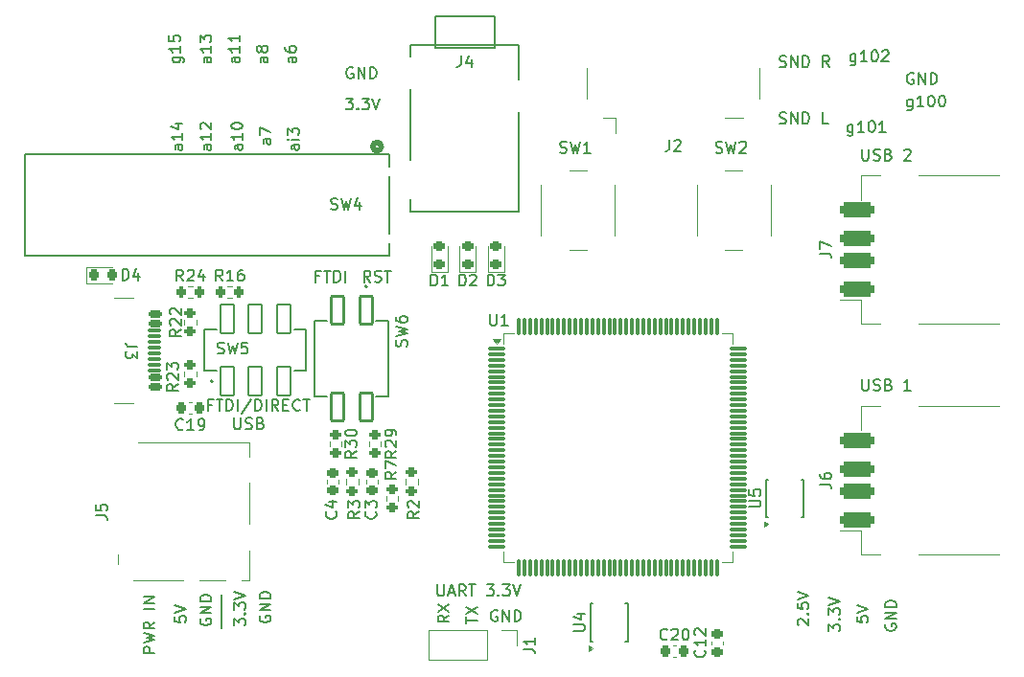
<source format=gto>
G04 #@! TF.GenerationSoftware,KiCad,Pcbnew,7.0.10-7.0.10~ubuntu20.04.1*
G04 #@! TF.CreationDate,2024-05-01T22:25:19+02:00*
G04 #@! TF.ProjectId,endeavour,656e6465-6176-46f7-9572-2e6b69636164,rev?*
G04 #@! TF.SameCoordinates,Original*
G04 #@! TF.FileFunction,Legend,Top*
G04 #@! TF.FilePolarity,Positive*
%FSLAX46Y46*%
G04 Gerber Fmt 4.6, Leading zero omitted, Abs format (unit mm)*
G04 Created by KiCad (PCBNEW 7.0.10-7.0.10~ubuntu20.04.1) date 2024-05-01 22:25:19*
%MOMM*%
%LPD*%
G01*
G04 APERTURE LIST*
G04 Aperture macros list*
%AMRoundRect*
0 Rectangle with rounded corners*
0 $1 Rounding radius*
0 $2 $3 $4 $5 $6 $7 $8 $9 X,Y pos of 4 corners*
0 Add a 4 corners polygon primitive as box body*
4,1,4,$2,$3,$4,$5,$6,$7,$8,$9,$2,$3,0*
0 Add four circle primitives for the rounded corners*
1,1,$1+$1,$2,$3*
1,1,$1+$1,$4,$5*
1,1,$1+$1,$6,$7*
1,1,$1+$1,$8,$9*
0 Add four rect primitives between the rounded corners*
20,1,$1+$1,$2,$3,$4,$5,0*
20,1,$1+$1,$4,$5,$6,$7,0*
20,1,$1+$1,$6,$7,$8,$9,0*
20,1,$1+$1,$8,$9,$2,$3,0*%
G04 Aperture macros list end*
%ADD10C,0.153000*%
%ADD11C,0.160000*%
%ADD12C,0.150000*%
%ADD13C,0.120000*%
%ADD14C,0.200000*%
%ADD15C,0.127000*%
%ADD16C,0.508000*%
%ADD17C,0.152400*%
%ADD18R,1.700000X1.700000*%
%ADD19O,1.700000X1.700000*%
%ADD20C,2.200000*%
%ADD21RoundRect,0.218750X0.256250X-0.218750X0.256250X0.218750X-0.256250X0.218750X-0.256250X-0.218750X0*%
%ADD22RoundRect,0.218750X-0.218750X-0.256250X0.218750X-0.256250X0.218750X0.256250X-0.218750X0.256250X0*%
%ADD23RoundRect,0.102000X-0.600000X-1.250000X0.600000X-1.250000X0.600000X1.250000X-0.600000X1.250000X0*%
%ADD24R,1.350000X1.900000*%
%ADD25R,1.800000X1.170000*%
%ADD26R,1.350000X1.550000*%
%ADD27R,1.000000X1.200000*%
%ADD28R,1.100000X0.750000*%
%ADD29R,1.100000X0.850000*%
%ADD30R,8.930000X8.700000*%
%ADD31RoundRect,0.075000X-0.075000X-0.662500X0.075000X-0.662500X0.075000X0.662500X-0.075000X0.662500X0*%
%ADD32RoundRect,0.075000X-0.662500X-0.075000X0.662500X-0.075000X0.662500X0.075000X-0.662500X0.075000X0*%
%ADD33O,2.900000X1.200000*%
%ADD34RoundRect,0.325000X1.175000X-0.325000X1.175000X0.325000X-1.175000X0.325000X-1.175000X-0.325000X0*%
%ADD35C,1.800000*%
%ADD36R,0.300000X1.900000*%
%ADD37C,1.600200*%
%ADD38C,1.905000*%
%ADD39C,2.209800*%
%ADD40R,2.794000X2.209800*%
%ADD41R,2.794000X2.794000*%
%ADD42R,0.300000X1.400000*%
%ADD43RoundRect,0.102000X-0.565000X1.220000X-0.565000X-1.220000X0.565000X-1.220000X0.565000X1.220000X0*%
%ADD44O,1.800000X1.000000*%
%ADD45O,2.100000X1.000000*%
%ADD46RoundRect,0.150000X-0.425000X0.150000X-0.425000X-0.150000X0.425000X-0.150000X0.425000X0.150000X0*%
%ADD47RoundRect,0.075000X-0.500000X0.075000X-0.500000X-0.075000X0.500000X-0.075000X0.500000X0.075000X0*%
%ADD48C,0.650000*%
%ADD49C,2.000000*%
%ADD50RoundRect,0.200000X0.275000X-0.200000X0.275000X0.200000X-0.275000X0.200000X-0.275000X-0.200000X0*%
%ADD51RoundRect,0.200000X-0.200000X-0.275000X0.200000X-0.275000X0.200000X0.275000X-0.200000X0.275000X0*%
%ADD52RoundRect,0.200000X-0.275000X0.200000X-0.275000X-0.200000X0.275000X-0.200000X0.275000X0.200000X0*%
%ADD53RoundRect,0.225000X-0.225000X-0.250000X0.225000X-0.250000X0.225000X0.250000X-0.225000X0.250000X0*%
%ADD54RoundRect,0.225000X0.250000X-0.225000X0.250000X0.225000X-0.250000X0.225000X-0.250000X-0.225000X0*%
G04 APERTURE END LIST*
D10*
X151488752Y-70869663D02*
X151488752Y-71679186D01*
X151488752Y-71679186D02*
X151536371Y-71774424D01*
X151536371Y-71774424D02*
X151583990Y-71822044D01*
X151583990Y-71822044D02*
X151679228Y-71869663D01*
X151679228Y-71869663D02*
X151869704Y-71869663D01*
X151869704Y-71869663D02*
X151964942Y-71822044D01*
X151964942Y-71822044D02*
X152012561Y-71774424D01*
X152012561Y-71774424D02*
X152060180Y-71679186D01*
X152060180Y-71679186D02*
X152060180Y-70869663D01*
X152488752Y-71822044D02*
X152631609Y-71869663D01*
X152631609Y-71869663D02*
X152869704Y-71869663D01*
X152869704Y-71869663D02*
X152964942Y-71822044D01*
X152964942Y-71822044D02*
X153012561Y-71774424D01*
X153012561Y-71774424D02*
X153060180Y-71679186D01*
X153060180Y-71679186D02*
X153060180Y-71583948D01*
X153060180Y-71583948D02*
X153012561Y-71488710D01*
X153012561Y-71488710D02*
X152964942Y-71441091D01*
X152964942Y-71441091D02*
X152869704Y-71393472D01*
X152869704Y-71393472D02*
X152679228Y-71345853D01*
X152679228Y-71345853D02*
X152583990Y-71298234D01*
X152583990Y-71298234D02*
X152536371Y-71250615D01*
X152536371Y-71250615D02*
X152488752Y-71155377D01*
X152488752Y-71155377D02*
X152488752Y-71060139D01*
X152488752Y-71060139D02*
X152536371Y-70964901D01*
X152536371Y-70964901D02*
X152583990Y-70917282D01*
X152583990Y-70917282D02*
X152679228Y-70869663D01*
X152679228Y-70869663D02*
X152917323Y-70869663D01*
X152917323Y-70869663D02*
X153060180Y-70917282D01*
X153822085Y-71345853D02*
X153964942Y-71393472D01*
X153964942Y-71393472D02*
X154012561Y-71441091D01*
X154012561Y-71441091D02*
X154060180Y-71536329D01*
X154060180Y-71536329D02*
X154060180Y-71679186D01*
X154060180Y-71679186D02*
X154012561Y-71774424D01*
X154012561Y-71774424D02*
X153964942Y-71822044D01*
X153964942Y-71822044D02*
X153869704Y-71869663D01*
X153869704Y-71869663D02*
X153488752Y-71869663D01*
X153488752Y-71869663D02*
X153488752Y-70869663D01*
X153488752Y-70869663D02*
X153822085Y-70869663D01*
X153822085Y-70869663D02*
X153917323Y-70917282D01*
X153917323Y-70917282D02*
X153964942Y-70964901D01*
X153964942Y-70964901D02*
X154012561Y-71060139D01*
X154012561Y-71060139D02*
X154012561Y-71155377D01*
X154012561Y-71155377D02*
X153964942Y-71250615D01*
X153964942Y-71250615D02*
X153917323Y-71298234D01*
X153917323Y-71298234D02*
X153822085Y-71345853D01*
X153822085Y-71345853D02*
X153488752Y-71345853D01*
X155203038Y-70964901D02*
X155250657Y-70917282D01*
X155250657Y-70917282D02*
X155345895Y-70869663D01*
X155345895Y-70869663D02*
X155583990Y-70869663D01*
X155583990Y-70869663D02*
X155679228Y-70917282D01*
X155679228Y-70917282D02*
X155726847Y-70964901D01*
X155726847Y-70964901D02*
X155774466Y-71060139D01*
X155774466Y-71060139D02*
X155774466Y-71155377D01*
X155774466Y-71155377D02*
X155726847Y-71298234D01*
X155726847Y-71298234D02*
X155155419Y-71869663D01*
X155155419Y-71869663D02*
X155774466Y-71869663D01*
X151488752Y-91219663D02*
X151488752Y-92029186D01*
X151488752Y-92029186D02*
X151536371Y-92124424D01*
X151536371Y-92124424D02*
X151583990Y-92172044D01*
X151583990Y-92172044D02*
X151679228Y-92219663D01*
X151679228Y-92219663D02*
X151869704Y-92219663D01*
X151869704Y-92219663D02*
X151964942Y-92172044D01*
X151964942Y-92172044D02*
X152012561Y-92124424D01*
X152012561Y-92124424D02*
X152060180Y-92029186D01*
X152060180Y-92029186D02*
X152060180Y-91219663D01*
X152488752Y-92172044D02*
X152631609Y-92219663D01*
X152631609Y-92219663D02*
X152869704Y-92219663D01*
X152869704Y-92219663D02*
X152964942Y-92172044D01*
X152964942Y-92172044D02*
X153012561Y-92124424D01*
X153012561Y-92124424D02*
X153060180Y-92029186D01*
X153060180Y-92029186D02*
X153060180Y-91933948D01*
X153060180Y-91933948D02*
X153012561Y-91838710D01*
X153012561Y-91838710D02*
X152964942Y-91791091D01*
X152964942Y-91791091D02*
X152869704Y-91743472D01*
X152869704Y-91743472D02*
X152679228Y-91695853D01*
X152679228Y-91695853D02*
X152583990Y-91648234D01*
X152583990Y-91648234D02*
X152536371Y-91600615D01*
X152536371Y-91600615D02*
X152488752Y-91505377D01*
X152488752Y-91505377D02*
X152488752Y-91410139D01*
X152488752Y-91410139D02*
X152536371Y-91314901D01*
X152536371Y-91314901D02*
X152583990Y-91267282D01*
X152583990Y-91267282D02*
X152679228Y-91219663D01*
X152679228Y-91219663D02*
X152917323Y-91219663D01*
X152917323Y-91219663D02*
X153060180Y-91267282D01*
X153822085Y-91695853D02*
X153964942Y-91743472D01*
X153964942Y-91743472D02*
X154012561Y-91791091D01*
X154012561Y-91791091D02*
X154060180Y-91886329D01*
X154060180Y-91886329D02*
X154060180Y-92029186D01*
X154060180Y-92029186D02*
X154012561Y-92124424D01*
X154012561Y-92124424D02*
X153964942Y-92172044D01*
X153964942Y-92172044D02*
X153869704Y-92219663D01*
X153869704Y-92219663D02*
X153488752Y-92219663D01*
X153488752Y-92219663D02*
X153488752Y-91219663D01*
X153488752Y-91219663D02*
X153822085Y-91219663D01*
X153822085Y-91219663D02*
X153917323Y-91267282D01*
X153917323Y-91267282D02*
X153964942Y-91314901D01*
X153964942Y-91314901D02*
X154012561Y-91410139D01*
X154012561Y-91410139D02*
X154012561Y-91505377D01*
X154012561Y-91505377D02*
X153964942Y-91600615D01*
X153964942Y-91600615D02*
X153917323Y-91648234D01*
X153917323Y-91648234D02*
X153822085Y-91695853D01*
X153822085Y-91695853D02*
X153488752Y-91695853D01*
X155774466Y-92219663D02*
X155203038Y-92219663D01*
X155488752Y-92219663D02*
X155488752Y-91219663D01*
X155488752Y-91219663D02*
X155393514Y-91362520D01*
X155393514Y-91362520D02*
X155298276Y-91457758D01*
X155298276Y-91457758D02*
X155203038Y-91505377D01*
X155917323Y-66452996D02*
X155917323Y-67262520D01*
X155917323Y-67262520D02*
X155869704Y-67357758D01*
X155869704Y-67357758D02*
X155822085Y-67405377D01*
X155822085Y-67405377D02*
X155726847Y-67452996D01*
X155726847Y-67452996D02*
X155583990Y-67452996D01*
X155583990Y-67452996D02*
X155488752Y-67405377D01*
X155917323Y-67072044D02*
X155822085Y-67119663D01*
X155822085Y-67119663D02*
X155631609Y-67119663D01*
X155631609Y-67119663D02*
X155536371Y-67072044D01*
X155536371Y-67072044D02*
X155488752Y-67024424D01*
X155488752Y-67024424D02*
X155441133Y-66929186D01*
X155441133Y-66929186D02*
X155441133Y-66643472D01*
X155441133Y-66643472D02*
X155488752Y-66548234D01*
X155488752Y-66548234D02*
X155536371Y-66500615D01*
X155536371Y-66500615D02*
X155631609Y-66452996D01*
X155631609Y-66452996D02*
X155822085Y-66452996D01*
X155822085Y-66452996D02*
X155917323Y-66500615D01*
X156917323Y-67119663D02*
X156345895Y-67119663D01*
X156631609Y-67119663D02*
X156631609Y-66119663D01*
X156631609Y-66119663D02*
X156536371Y-66262520D01*
X156536371Y-66262520D02*
X156441133Y-66357758D01*
X156441133Y-66357758D02*
X156345895Y-66405377D01*
X157536371Y-66119663D02*
X157631609Y-66119663D01*
X157631609Y-66119663D02*
X157726847Y-66167282D01*
X157726847Y-66167282D02*
X157774466Y-66214901D01*
X157774466Y-66214901D02*
X157822085Y-66310139D01*
X157822085Y-66310139D02*
X157869704Y-66500615D01*
X157869704Y-66500615D02*
X157869704Y-66738710D01*
X157869704Y-66738710D02*
X157822085Y-66929186D01*
X157822085Y-66929186D02*
X157774466Y-67024424D01*
X157774466Y-67024424D02*
X157726847Y-67072044D01*
X157726847Y-67072044D02*
X157631609Y-67119663D01*
X157631609Y-67119663D02*
X157536371Y-67119663D01*
X157536371Y-67119663D02*
X157441133Y-67072044D01*
X157441133Y-67072044D02*
X157393514Y-67024424D01*
X157393514Y-67024424D02*
X157345895Y-66929186D01*
X157345895Y-66929186D02*
X157298276Y-66738710D01*
X157298276Y-66738710D02*
X157298276Y-66500615D01*
X157298276Y-66500615D02*
X157345895Y-66310139D01*
X157345895Y-66310139D02*
X157393514Y-66214901D01*
X157393514Y-66214901D02*
X157441133Y-66167282D01*
X157441133Y-66167282D02*
X157536371Y-66119663D01*
X158488752Y-66119663D02*
X158583990Y-66119663D01*
X158583990Y-66119663D02*
X158679228Y-66167282D01*
X158679228Y-66167282D02*
X158726847Y-66214901D01*
X158726847Y-66214901D02*
X158774466Y-66310139D01*
X158774466Y-66310139D02*
X158822085Y-66500615D01*
X158822085Y-66500615D02*
X158822085Y-66738710D01*
X158822085Y-66738710D02*
X158774466Y-66929186D01*
X158774466Y-66929186D02*
X158726847Y-67024424D01*
X158726847Y-67024424D02*
X158679228Y-67072044D01*
X158679228Y-67072044D02*
X158583990Y-67119663D01*
X158583990Y-67119663D02*
X158488752Y-67119663D01*
X158488752Y-67119663D02*
X158393514Y-67072044D01*
X158393514Y-67072044D02*
X158345895Y-67024424D01*
X158345895Y-67024424D02*
X158298276Y-66929186D01*
X158298276Y-66929186D02*
X158250657Y-66738710D01*
X158250657Y-66738710D02*
X158250657Y-66500615D01*
X158250657Y-66500615D02*
X158298276Y-66310139D01*
X158298276Y-66310139D02*
X158345895Y-66214901D01*
X158345895Y-66214901D02*
X158393514Y-66167282D01*
X158393514Y-66167282D02*
X158488752Y-66119663D01*
X156012561Y-64167282D02*
X155917323Y-64119663D01*
X155917323Y-64119663D02*
X155774466Y-64119663D01*
X155774466Y-64119663D02*
X155631609Y-64167282D01*
X155631609Y-64167282D02*
X155536371Y-64262520D01*
X155536371Y-64262520D02*
X155488752Y-64357758D01*
X155488752Y-64357758D02*
X155441133Y-64548234D01*
X155441133Y-64548234D02*
X155441133Y-64691091D01*
X155441133Y-64691091D02*
X155488752Y-64881567D01*
X155488752Y-64881567D02*
X155536371Y-64976805D01*
X155536371Y-64976805D02*
X155631609Y-65072044D01*
X155631609Y-65072044D02*
X155774466Y-65119663D01*
X155774466Y-65119663D02*
X155869704Y-65119663D01*
X155869704Y-65119663D02*
X156012561Y-65072044D01*
X156012561Y-65072044D02*
X156060180Y-65024424D01*
X156060180Y-65024424D02*
X156060180Y-64691091D01*
X156060180Y-64691091D02*
X155869704Y-64691091D01*
X156488752Y-65119663D02*
X156488752Y-64119663D01*
X156488752Y-64119663D02*
X157060180Y-65119663D01*
X157060180Y-65119663D02*
X157060180Y-64119663D01*
X157536371Y-65119663D02*
X157536371Y-64119663D01*
X157536371Y-64119663D02*
X157774466Y-64119663D01*
X157774466Y-64119663D02*
X157917323Y-64167282D01*
X157917323Y-64167282D02*
X158012561Y-64262520D01*
X158012561Y-64262520D02*
X158060180Y-64357758D01*
X158060180Y-64357758D02*
X158107799Y-64548234D01*
X158107799Y-64548234D02*
X158107799Y-64691091D01*
X158107799Y-64691091D02*
X158060180Y-64881567D01*
X158060180Y-64881567D02*
X158012561Y-64976805D01*
X158012561Y-64976805D02*
X157917323Y-65072044D01*
X157917323Y-65072044D02*
X157774466Y-65119663D01*
X157774466Y-65119663D02*
X157536371Y-65119663D01*
X150917323Y-62452996D02*
X150917323Y-63262520D01*
X150917323Y-63262520D02*
X150869704Y-63357758D01*
X150869704Y-63357758D02*
X150822085Y-63405377D01*
X150822085Y-63405377D02*
X150726847Y-63452996D01*
X150726847Y-63452996D02*
X150583990Y-63452996D01*
X150583990Y-63452996D02*
X150488752Y-63405377D01*
X150917323Y-63072044D02*
X150822085Y-63119663D01*
X150822085Y-63119663D02*
X150631609Y-63119663D01*
X150631609Y-63119663D02*
X150536371Y-63072044D01*
X150536371Y-63072044D02*
X150488752Y-63024424D01*
X150488752Y-63024424D02*
X150441133Y-62929186D01*
X150441133Y-62929186D02*
X150441133Y-62643472D01*
X150441133Y-62643472D02*
X150488752Y-62548234D01*
X150488752Y-62548234D02*
X150536371Y-62500615D01*
X150536371Y-62500615D02*
X150631609Y-62452996D01*
X150631609Y-62452996D02*
X150822085Y-62452996D01*
X150822085Y-62452996D02*
X150917323Y-62500615D01*
X151917323Y-63119663D02*
X151345895Y-63119663D01*
X151631609Y-63119663D02*
X151631609Y-62119663D01*
X151631609Y-62119663D02*
X151536371Y-62262520D01*
X151536371Y-62262520D02*
X151441133Y-62357758D01*
X151441133Y-62357758D02*
X151345895Y-62405377D01*
X152536371Y-62119663D02*
X152631609Y-62119663D01*
X152631609Y-62119663D02*
X152726847Y-62167282D01*
X152726847Y-62167282D02*
X152774466Y-62214901D01*
X152774466Y-62214901D02*
X152822085Y-62310139D01*
X152822085Y-62310139D02*
X152869704Y-62500615D01*
X152869704Y-62500615D02*
X152869704Y-62738710D01*
X152869704Y-62738710D02*
X152822085Y-62929186D01*
X152822085Y-62929186D02*
X152774466Y-63024424D01*
X152774466Y-63024424D02*
X152726847Y-63072044D01*
X152726847Y-63072044D02*
X152631609Y-63119663D01*
X152631609Y-63119663D02*
X152536371Y-63119663D01*
X152536371Y-63119663D02*
X152441133Y-63072044D01*
X152441133Y-63072044D02*
X152393514Y-63024424D01*
X152393514Y-63024424D02*
X152345895Y-62929186D01*
X152345895Y-62929186D02*
X152298276Y-62738710D01*
X152298276Y-62738710D02*
X152298276Y-62500615D01*
X152298276Y-62500615D02*
X152345895Y-62310139D01*
X152345895Y-62310139D02*
X152393514Y-62214901D01*
X152393514Y-62214901D02*
X152441133Y-62167282D01*
X152441133Y-62167282D02*
X152536371Y-62119663D01*
X153250657Y-62214901D02*
X153298276Y-62167282D01*
X153298276Y-62167282D02*
X153393514Y-62119663D01*
X153393514Y-62119663D02*
X153631609Y-62119663D01*
X153631609Y-62119663D02*
X153726847Y-62167282D01*
X153726847Y-62167282D02*
X153774466Y-62214901D01*
X153774466Y-62214901D02*
X153822085Y-62310139D01*
X153822085Y-62310139D02*
X153822085Y-62405377D01*
X153822085Y-62405377D02*
X153774466Y-62548234D01*
X153774466Y-62548234D02*
X153203038Y-63119663D01*
X153203038Y-63119663D02*
X153822085Y-63119663D01*
X150667323Y-68702996D02*
X150667323Y-69512520D01*
X150667323Y-69512520D02*
X150619704Y-69607758D01*
X150619704Y-69607758D02*
X150572085Y-69655377D01*
X150572085Y-69655377D02*
X150476847Y-69702996D01*
X150476847Y-69702996D02*
X150333990Y-69702996D01*
X150333990Y-69702996D02*
X150238752Y-69655377D01*
X150667323Y-69322044D02*
X150572085Y-69369663D01*
X150572085Y-69369663D02*
X150381609Y-69369663D01*
X150381609Y-69369663D02*
X150286371Y-69322044D01*
X150286371Y-69322044D02*
X150238752Y-69274424D01*
X150238752Y-69274424D02*
X150191133Y-69179186D01*
X150191133Y-69179186D02*
X150191133Y-68893472D01*
X150191133Y-68893472D02*
X150238752Y-68798234D01*
X150238752Y-68798234D02*
X150286371Y-68750615D01*
X150286371Y-68750615D02*
X150381609Y-68702996D01*
X150381609Y-68702996D02*
X150572085Y-68702996D01*
X150572085Y-68702996D02*
X150667323Y-68750615D01*
X151667323Y-69369663D02*
X151095895Y-69369663D01*
X151381609Y-69369663D02*
X151381609Y-68369663D01*
X151381609Y-68369663D02*
X151286371Y-68512520D01*
X151286371Y-68512520D02*
X151191133Y-68607758D01*
X151191133Y-68607758D02*
X151095895Y-68655377D01*
X152286371Y-68369663D02*
X152381609Y-68369663D01*
X152381609Y-68369663D02*
X152476847Y-68417282D01*
X152476847Y-68417282D02*
X152524466Y-68464901D01*
X152524466Y-68464901D02*
X152572085Y-68560139D01*
X152572085Y-68560139D02*
X152619704Y-68750615D01*
X152619704Y-68750615D02*
X152619704Y-68988710D01*
X152619704Y-68988710D02*
X152572085Y-69179186D01*
X152572085Y-69179186D02*
X152524466Y-69274424D01*
X152524466Y-69274424D02*
X152476847Y-69322044D01*
X152476847Y-69322044D02*
X152381609Y-69369663D01*
X152381609Y-69369663D02*
X152286371Y-69369663D01*
X152286371Y-69369663D02*
X152191133Y-69322044D01*
X152191133Y-69322044D02*
X152143514Y-69274424D01*
X152143514Y-69274424D02*
X152095895Y-69179186D01*
X152095895Y-69179186D02*
X152048276Y-68988710D01*
X152048276Y-68988710D02*
X152048276Y-68750615D01*
X152048276Y-68750615D02*
X152095895Y-68560139D01*
X152095895Y-68560139D02*
X152143514Y-68464901D01*
X152143514Y-68464901D02*
X152191133Y-68417282D01*
X152191133Y-68417282D02*
X152286371Y-68369663D01*
X153572085Y-69369663D02*
X153000657Y-69369663D01*
X153286371Y-69369663D02*
X153286371Y-68369663D01*
X153286371Y-68369663D02*
X153191133Y-68512520D01*
X153191133Y-68512520D02*
X153095895Y-68607758D01*
X153095895Y-68607758D02*
X153000657Y-68655377D01*
X144191133Y-63572044D02*
X144333990Y-63619663D01*
X144333990Y-63619663D02*
X144572085Y-63619663D01*
X144572085Y-63619663D02*
X144667323Y-63572044D01*
X144667323Y-63572044D02*
X144714942Y-63524424D01*
X144714942Y-63524424D02*
X144762561Y-63429186D01*
X144762561Y-63429186D02*
X144762561Y-63333948D01*
X144762561Y-63333948D02*
X144714942Y-63238710D01*
X144714942Y-63238710D02*
X144667323Y-63191091D01*
X144667323Y-63191091D02*
X144572085Y-63143472D01*
X144572085Y-63143472D02*
X144381609Y-63095853D01*
X144381609Y-63095853D02*
X144286371Y-63048234D01*
X144286371Y-63048234D02*
X144238752Y-63000615D01*
X144238752Y-63000615D02*
X144191133Y-62905377D01*
X144191133Y-62905377D02*
X144191133Y-62810139D01*
X144191133Y-62810139D02*
X144238752Y-62714901D01*
X144238752Y-62714901D02*
X144286371Y-62667282D01*
X144286371Y-62667282D02*
X144381609Y-62619663D01*
X144381609Y-62619663D02*
X144619704Y-62619663D01*
X144619704Y-62619663D02*
X144762561Y-62667282D01*
X145191133Y-63619663D02*
X145191133Y-62619663D01*
X145191133Y-62619663D02*
X145762561Y-63619663D01*
X145762561Y-63619663D02*
X145762561Y-62619663D01*
X146238752Y-63619663D02*
X146238752Y-62619663D01*
X146238752Y-62619663D02*
X146476847Y-62619663D01*
X146476847Y-62619663D02*
X146619704Y-62667282D01*
X146619704Y-62667282D02*
X146714942Y-62762520D01*
X146714942Y-62762520D02*
X146762561Y-62857758D01*
X146762561Y-62857758D02*
X146810180Y-63048234D01*
X146810180Y-63048234D02*
X146810180Y-63191091D01*
X146810180Y-63191091D02*
X146762561Y-63381567D01*
X146762561Y-63381567D02*
X146714942Y-63476805D01*
X146714942Y-63476805D02*
X146619704Y-63572044D01*
X146619704Y-63572044D02*
X146476847Y-63619663D01*
X146476847Y-63619663D02*
X146238752Y-63619663D01*
X148572085Y-63619663D02*
X148238752Y-63143472D01*
X148000657Y-63619663D02*
X148000657Y-62619663D01*
X148000657Y-62619663D02*
X148381609Y-62619663D01*
X148381609Y-62619663D02*
X148476847Y-62667282D01*
X148476847Y-62667282D02*
X148524466Y-62714901D01*
X148524466Y-62714901D02*
X148572085Y-62810139D01*
X148572085Y-62810139D02*
X148572085Y-62952996D01*
X148572085Y-62952996D02*
X148524466Y-63048234D01*
X148524466Y-63048234D02*
X148476847Y-63095853D01*
X148476847Y-63095853D02*
X148381609Y-63143472D01*
X148381609Y-63143472D02*
X148000657Y-63143472D01*
X144191133Y-68572044D02*
X144333990Y-68619663D01*
X144333990Y-68619663D02*
X144572085Y-68619663D01*
X144572085Y-68619663D02*
X144667323Y-68572044D01*
X144667323Y-68572044D02*
X144714942Y-68524424D01*
X144714942Y-68524424D02*
X144762561Y-68429186D01*
X144762561Y-68429186D02*
X144762561Y-68333948D01*
X144762561Y-68333948D02*
X144714942Y-68238710D01*
X144714942Y-68238710D02*
X144667323Y-68191091D01*
X144667323Y-68191091D02*
X144572085Y-68143472D01*
X144572085Y-68143472D02*
X144381609Y-68095853D01*
X144381609Y-68095853D02*
X144286371Y-68048234D01*
X144286371Y-68048234D02*
X144238752Y-68000615D01*
X144238752Y-68000615D02*
X144191133Y-67905377D01*
X144191133Y-67905377D02*
X144191133Y-67810139D01*
X144191133Y-67810139D02*
X144238752Y-67714901D01*
X144238752Y-67714901D02*
X144286371Y-67667282D01*
X144286371Y-67667282D02*
X144381609Y-67619663D01*
X144381609Y-67619663D02*
X144619704Y-67619663D01*
X144619704Y-67619663D02*
X144762561Y-67667282D01*
X145191133Y-68619663D02*
X145191133Y-67619663D01*
X145191133Y-67619663D02*
X145762561Y-68619663D01*
X145762561Y-68619663D02*
X145762561Y-67619663D01*
X146238752Y-68619663D02*
X146238752Y-67619663D01*
X146238752Y-67619663D02*
X146476847Y-67619663D01*
X146476847Y-67619663D02*
X146619704Y-67667282D01*
X146619704Y-67667282D02*
X146714942Y-67762520D01*
X146714942Y-67762520D02*
X146762561Y-67857758D01*
X146762561Y-67857758D02*
X146810180Y-68048234D01*
X146810180Y-68048234D02*
X146810180Y-68191091D01*
X146810180Y-68191091D02*
X146762561Y-68381567D01*
X146762561Y-68381567D02*
X146714942Y-68476805D01*
X146714942Y-68476805D02*
X146619704Y-68572044D01*
X146619704Y-68572044D02*
X146476847Y-68619663D01*
X146476847Y-68619663D02*
X146238752Y-68619663D01*
X148476847Y-68619663D02*
X148000657Y-68619663D01*
X148000657Y-68619663D02*
X148000657Y-67619663D01*
X106512561Y-63667282D02*
X106417323Y-63619663D01*
X106417323Y-63619663D02*
X106274466Y-63619663D01*
X106274466Y-63619663D02*
X106131609Y-63667282D01*
X106131609Y-63667282D02*
X106036371Y-63762520D01*
X106036371Y-63762520D02*
X105988752Y-63857758D01*
X105988752Y-63857758D02*
X105941133Y-64048234D01*
X105941133Y-64048234D02*
X105941133Y-64191091D01*
X105941133Y-64191091D02*
X105988752Y-64381567D01*
X105988752Y-64381567D02*
X106036371Y-64476805D01*
X106036371Y-64476805D02*
X106131609Y-64572044D01*
X106131609Y-64572044D02*
X106274466Y-64619663D01*
X106274466Y-64619663D02*
X106369704Y-64619663D01*
X106369704Y-64619663D02*
X106512561Y-64572044D01*
X106512561Y-64572044D02*
X106560180Y-64524424D01*
X106560180Y-64524424D02*
X106560180Y-64191091D01*
X106560180Y-64191091D02*
X106369704Y-64191091D01*
X106988752Y-64619663D02*
X106988752Y-63619663D01*
X106988752Y-63619663D02*
X107560180Y-64619663D01*
X107560180Y-64619663D02*
X107560180Y-63619663D01*
X108036371Y-64619663D02*
X108036371Y-63619663D01*
X108036371Y-63619663D02*
X108274466Y-63619663D01*
X108274466Y-63619663D02*
X108417323Y-63667282D01*
X108417323Y-63667282D02*
X108512561Y-63762520D01*
X108512561Y-63762520D02*
X108560180Y-63857758D01*
X108560180Y-63857758D02*
X108607799Y-64048234D01*
X108607799Y-64048234D02*
X108607799Y-64191091D01*
X108607799Y-64191091D02*
X108560180Y-64381567D01*
X108560180Y-64381567D02*
X108512561Y-64476805D01*
X108512561Y-64476805D02*
X108417323Y-64572044D01*
X108417323Y-64572044D02*
X108274466Y-64619663D01*
X108274466Y-64619663D02*
X108036371Y-64619663D01*
X105893514Y-66369663D02*
X106512561Y-66369663D01*
X106512561Y-66369663D02*
X106179228Y-66750615D01*
X106179228Y-66750615D02*
X106322085Y-66750615D01*
X106322085Y-66750615D02*
X106417323Y-66798234D01*
X106417323Y-66798234D02*
X106464942Y-66845853D01*
X106464942Y-66845853D02*
X106512561Y-66941091D01*
X106512561Y-66941091D02*
X106512561Y-67179186D01*
X106512561Y-67179186D02*
X106464942Y-67274424D01*
X106464942Y-67274424D02*
X106417323Y-67322044D01*
X106417323Y-67322044D02*
X106322085Y-67369663D01*
X106322085Y-67369663D02*
X106036371Y-67369663D01*
X106036371Y-67369663D02*
X105941133Y-67322044D01*
X105941133Y-67322044D02*
X105893514Y-67274424D01*
X106941133Y-67274424D02*
X106988752Y-67322044D01*
X106988752Y-67322044D02*
X106941133Y-67369663D01*
X106941133Y-67369663D02*
X106893514Y-67322044D01*
X106893514Y-67322044D02*
X106941133Y-67274424D01*
X106941133Y-67274424D02*
X106941133Y-67369663D01*
X107322085Y-66369663D02*
X107941132Y-66369663D01*
X107941132Y-66369663D02*
X107607799Y-66750615D01*
X107607799Y-66750615D02*
X107750656Y-66750615D01*
X107750656Y-66750615D02*
X107845894Y-66798234D01*
X107845894Y-66798234D02*
X107893513Y-66845853D01*
X107893513Y-66845853D02*
X107941132Y-66941091D01*
X107941132Y-66941091D02*
X107941132Y-67179186D01*
X107941132Y-67179186D02*
X107893513Y-67274424D01*
X107893513Y-67274424D02*
X107845894Y-67322044D01*
X107845894Y-67322044D02*
X107750656Y-67369663D01*
X107750656Y-67369663D02*
X107464942Y-67369663D01*
X107464942Y-67369663D02*
X107369704Y-67322044D01*
X107369704Y-67322044D02*
X107322085Y-67274424D01*
X108226847Y-66369663D02*
X108560180Y-67369663D01*
X108560180Y-67369663D02*
X108893513Y-66369663D01*
X101769663Y-70482676D02*
X101245853Y-70482676D01*
X101245853Y-70482676D02*
X101150615Y-70530295D01*
X101150615Y-70530295D02*
X101102996Y-70625533D01*
X101102996Y-70625533D02*
X101102996Y-70816009D01*
X101102996Y-70816009D02*
X101150615Y-70911247D01*
X101722044Y-70482676D02*
X101769663Y-70577914D01*
X101769663Y-70577914D02*
X101769663Y-70816009D01*
X101769663Y-70816009D02*
X101722044Y-70911247D01*
X101722044Y-70911247D02*
X101626805Y-70958866D01*
X101626805Y-70958866D02*
X101531567Y-70958866D01*
X101531567Y-70958866D02*
X101436329Y-70911247D01*
X101436329Y-70911247D02*
X101388710Y-70816009D01*
X101388710Y-70816009D02*
X101388710Y-70577914D01*
X101388710Y-70577914D02*
X101341091Y-70482676D01*
X101769663Y-70006485D02*
X101102996Y-70006485D01*
X100769663Y-70006485D02*
X100817282Y-70054104D01*
X100817282Y-70054104D02*
X100864901Y-70006485D01*
X100864901Y-70006485D02*
X100817282Y-69958866D01*
X100817282Y-69958866D02*
X100769663Y-70006485D01*
X100769663Y-70006485D02*
X100864901Y-70006485D01*
X100769663Y-69625533D02*
X100769663Y-69006486D01*
X100769663Y-69006486D02*
X101150615Y-69339819D01*
X101150615Y-69339819D02*
X101150615Y-69196962D01*
X101150615Y-69196962D02*
X101198234Y-69101724D01*
X101198234Y-69101724D02*
X101245853Y-69054105D01*
X101245853Y-69054105D02*
X101341091Y-69006486D01*
X101341091Y-69006486D02*
X101579186Y-69006486D01*
X101579186Y-69006486D02*
X101674424Y-69054105D01*
X101674424Y-69054105D02*
X101722044Y-69101724D01*
X101722044Y-69101724D02*
X101769663Y-69196962D01*
X101769663Y-69196962D02*
X101769663Y-69482676D01*
X101769663Y-69482676D02*
X101722044Y-69577914D01*
X101722044Y-69577914D02*
X101674424Y-69625533D01*
X101519663Y-62732676D02*
X100995853Y-62732676D01*
X100995853Y-62732676D02*
X100900615Y-62780295D01*
X100900615Y-62780295D02*
X100852996Y-62875533D01*
X100852996Y-62875533D02*
X100852996Y-63066009D01*
X100852996Y-63066009D02*
X100900615Y-63161247D01*
X101472044Y-62732676D02*
X101519663Y-62827914D01*
X101519663Y-62827914D02*
X101519663Y-63066009D01*
X101519663Y-63066009D02*
X101472044Y-63161247D01*
X101472044Y-63161247D02*
X101376805Y-63208866D01*
X101376805Y-63208866D02*
X101281567Y-63208866D01*
X101281567Y-63208866D02*
X101186329Y-63161247D01*
X101186329Y-63161247D02*
X101138710Y-63066009D01*
X101138710Y-63066009D02*
X101138710Y-62827914D01*
X101138710Y-62827914D02*
X101091091Y-62732676D01*
X100519663Y-61827914D02*
X100519663Y-62018390D01*
X100519663Y-62018390D02*
X100567282Y-62113628D01*
X100567282Y-62113628D02*
X100614901Y-62161247D01*
X100614901Y-62161247D02*
X100757758Y-62256485D01*
X100757758Y-62256485D02*
X100948234Y-62304104D01*
X100948234Y-62304104D02*
X101329186Y-62304104D01*
X101329186Y-62304104D02*
X101424424Y-62256485D01*
X101424424Y-62256485D02*
X101472044Y-62208866D01*
X101472044Y-62208866D02*
X101519663Y-62113628D01*
X101519663Y-62113628D02*
X101519663Y-61923152D01*
X101519663Y-61923152D02*
X101472044Y-61827914D01*
X101472044Y-61827914D02*
X101424424Y-61780295D01*
X101424424Y-61780295D02*
X101329186Y-61732676D01*
X101329186Y-61732676D02*
X101091091Y-61732676D01*
X101091091Y-61732676D02*
X100995853Y-61780295D01*
X100995853Y-61780295D02*
X100948234Y-61827914D01*
X100948234Y-61827914D02*
X100900615Y-61923152D01*
X100900615Y-61923152D02*
X100900615Y-62113628D01*
X100900615Y-62113628D02*
X100948234Y-62208866D01*
X100948234Y-62208866D02*
X100995853Y-62256485D01*
X100995853Y-62256485D02*
X101091091Y-62304104D01*
X99269663Y-69982676D02*
X98745853Y-69982676D01*
X98745853Y-69982676D02*
X98650615Y-70030295D01*
X98650615Y-70030295D02*
X98602996Y-70125533D01*
X98602996Y-70125533D02*
X98602996Y-70316009D01*
X98602996Y-70316009D02*
X98650615Y-70411247D01*
X99222044Y-69982676D02*
X99269663Y-70077914D01*
X99269663Y-70077914D02*
X99269663Y-70316009D01*
X99269663Y-70316009D02*
X99222044Y-70411247D01*
X99222044Y-70411247D02*
X99126805Y-70458866D01*
X99126805Y-70458866D02*
X99031567Y-70458866D01*
X99031567Y-70458866D02*
X98936329Y-70411247D01*
X98936329Y-70411247D02*
X98888710Y-70316009D01*
X98888710Y-70316009D02*
X98888710Y-70077914D01*
X98888710Y-70077914D02*
X98841091Y-69982676D01*
X98269663Y-69601723D02*
X98269663Y-68935057D01*
X98269663Y-68935057D02*
X99269663Y-69363628D01*
X99019663Y-62732676D02*
X98495853Y-62732676D01*
X98495853Y-62732676D02*
X98400615Y-62780295D01*
X98400615Y-62780295D02*
X98352996Y-62875533D01*
X98352996Y-62875533D02*
X98352996Y-63066009D01*
X98352996Y-63066009D02*
X98400615Y-63161247D01*
X98972044Y-62732676D02*
X99019663Y-62827914D01*
X99019663Y-62827914D02*
X99019663Y-63066009D01*
X99019663Y-63066009D02*
X98972044Y-63161247D01*
X98972044Y-63161247D02*
X98876805Y-63208866D01*
X98876805Y-63208866D02*
X98781567Y-63208866D01*
X98781567Y-63208866D02*
X98686329Y-63161247D01*
X98686329Y-63161247D02*
X98638710Y-63066009D01*
X98638710Y-63066009D02*
X98638710Y-62827914D01*
X98638710Y-62827914D02*
X98591091Y-62732676D01*
X98448234Y-62113628D02*
X98400615Y-62208866D01*
X98400615Y-62208866D02*
X98352996Y-62256485D01*
X98352996Y-62256485D02*
X98257758Y-62304104D01*
X98257758Y-62304104D02*
X98210139Y-62304104D01*
X98210139Y-62304104D02*
X98114901Y-62256485D01*
X98114901Y-62256485D02*
X98067282Y-62208866D01*
X98067282Y-62208866D02*
X98019663Y-62113628D01*
X98019663Y-62113628D02*
X98019663Y-61923152D01*
X98019663Y-61923152D02*
X98067282Y-61827914D01*
X98067282Y-61827914D02*
X98114901Y-61780295D01*
X98114901Y-61780295D02*
X98210139Y-61732676D01*
X98210139Y-61732676D02*
X98257758Y-61732676D01*
X98257758Y-61732676D02*
X98352996Y-61780295D01*
X98352996Y-61780295D02*
X98400615Y-61827914D01*
X98400615Y-61827914D02*
X98448234Y-61923152D01*
X98448234Y-61923152D02*
X98448234Y-62113628D01*
X98448234Y-62113628D02*
X98495853Y-62208866D01*
X98495853Y-62208866D02*
X98543472Y-62256485D01*
X98543472Y-62256485D02*
X98638710Y-62304104D01*
X98638710Y-62304104D02*
X98829186Y-62304104D01*
X98829186Y-62304104D02*
X98924424Y-62256485D01*
X98924424Y-62256485D02*
X98972044Y-62208866D01*
X98972044Y-62208866D02*
X99019663Y-62113628D01*
X99019663Y-62113628D02*
X99019663Y-61923152D01*
X99019663Y-61923152D02*
X98972044Y-61827914D01*
X98972044Y-61827914D02*
X98924424Y-61780295D01*
X98924424Y-61780295D02*
X98829186Y-61732676D01*
X98829186Y-61732676D02*
X98638710Y-61732676D01*
X98638710Y-61732676D02*
X98543472Y-61780295D01*
X98543472Y-61780295D02*
X98495853Y-61827914D01*
X98495853Y-61827914D02*
X98448234Y-61923152D01*
X96769663Y-70482676D02*
X96245853Y-70482676D01*
X96245853Y-70482676D02*
X96150615Y-70530295D01*
X96150615Y-70530295D02*
X96102996Y-70625533D01*
X96102996Y-70625533D02*
X96102996Y-70816009D01*
X96102996Y-70816009D02*
X96150615Y-70911247D01*
X96722044Y-70482676D02*
X96769663Y-70577914D01*
X96769663Y-70577914D02*
X96769663Y-70816009D01*
X96769663Y-70816009D02*
X96722044Y-70911247D01*
X96722044Y-70911247D02*
X96626805Y-70958866D01*
X96626805Y-70958866D02*
X96531567Y-70958866D01*
X96531567Y-70958866D02*
X96436329Y-70911247D01*
X96436329Y-70911247D02*
X96388710Y-70816009D01*
X96388710Y-70816009D02*
X96388710Y-70577914D01*
X96388710Y-70577914D02*
X96341091Y-70482676D01*
X96769663Y-69482676D02*
X96769663Y-70054104D01*
X96769663Y-69768390D02*
X95769663Y-69768390D01*
X95769663Y-69768390D02*
X95912520Y-69863628D01*
X95912520Y-69863628D02*
X96007758Y-69958866D01*
X96007758Y-69958866D02*
X96055377Y-70054104D01*
X95769663Y-68863628D02*
X95769663Y-68768390D01*
X95769663Y-68768390D02*
X95817282Y-68673152D01*
X95817282Y-68673152D02*
X95864901Y-68625533D01*
X95864901Y-68625533D02*
X95960139Y-68577914D01*
X95960139Y-68577914D02*
X96150615Y-68530295D01*
X96150615Y-68530295D02*
X96388710Y-68530295D01*
X96388710Y-68530295D02*
X96579186Y-68577914D01*
X96579186Y-68577914D02*
X96674424Y-68625533D01*
X96674424Y-68625533D02*
X96722044Y-68673152D01*
X96722044Y-68673152D02*
X96769663Y-68768390D01*
X96769663Y-68768390D02*
X96769663Y-68863628D01*
X96769663Y-68863628D02*
X96722044Y-68958866D01*
X96722044Y-68958866D02*
X96674424Y-69006485D01*
X96674424Y-69006485D02*
X96579186Y-69054104D01*
X96579186Y-69054104D02*
X96388710Y-69101723D01*
X96388710Y-69101723D02*
X96150615Y-69101723D01*
X96150615Y-69101723D02*
X95960139Y-69054104D01*
X95960139Y-69054104D02*
X95864901Y-69006485D01*
X95864901Y-69006485D02*
X95817282Y-68958866D01*
X95817282Y-68958866D02*
X95769663Y-68863628D01*
X96519663Y-62732676D02*
X95995853Y-62732676D01*
X95995853Y-62732676D02*
X95900615Y-62780295D01*
X95900615Y-62780295D02*
X95852996Y-62875533D01*
X95852996Y-62875533D02*
X95852996Y-63066009D01*
X95852996Y-63066009D02*
X95900615Y-63161247D01*
X96472044Y-62732676D02*
X96519663Y-62827914D01*
X96519663Y-62827914D02*
X96519663Y-63066009D01*
X96519663Y-63066009D02*
X96472044Y-63161247D01*
X96472044Y-63161247D02*
X96376805Y-63208866D01*
X96376805Y-63208866D02*
X96281567Y-63208866D01*
X96281567Y-63208866D02*
X96186329Y-63161247D01*
X96186329Y-63161247D02*
X96138710Y-63066009D01*
X96138710Y-63066009D02*
X96138710Y-62827914D01*
X96138710Y-62827914D02*
X96091091Y-62732676D01*
X96519663Y-61732676D02*
X96519663Y-62304104D01*
X96519663Y-62018390D02*
X95519663Y-62018390D01*
X95519663Y-62018390D02*
X95662520Y-62113628D01*
X95662520Y-62113628D02*
X95757758Y-62208866D01*
X95757758Y-62208866D02*
X95805377Y-62304104D01*
X96519663Y-60780295D02*
X96519663Y-61351723D01*
X96519663Y-61066009D02*
X95519663Y-61066009D01*
X95519663Y-61066009D02*
X95662520Y-61161247D01*
X95662520Y-61161247D02*
X95757758Y-61256485D01*
X95757758Y-61256485D02*
X95805377Y-61351723D01*
X94019663Y-70482676D02*
X93495853Y-70482676D01*
X93495853Y-70482676D02*
X93400615Y-70530295D01*
X93400615Y-70530295D02*
X93352996Y-70625533D01*
X93352996Y-70625533D02*
X93352996Y-70816009D01*
X93352996Y-70816009D02*
X93400615Y-70911247D01*
X93972044Y-70482676D02*
X94019663Y-70577914D01*
X94019663Y-70577914D02*
X94019663Y-70816009D01*
X94019663Y-70816009D02*
X93972044Y-70911247D01*
X93972044Y-70911247D02*
X93876805Y-70958866D01*
X93876805Y-70958866D02*
X93781567Y-70958866D01*
X93781567Y-70958866D02*
X93686329Y-70911247D01*
X93686329Y-70911247D02*
X93638710Y-70816009D01*
X93638710Y-70816009D02*
X93638710Y-70577914D01*
X93638710Y-70577914D02*
X93591091Y-70482676D01*
X94019663Y-69482676D02*
X94019663Y-70054104D01*
X94019663Y-69768390D02*
X93019663Y-69768390D01*
X93019663Y-69768390D02*
X93162520Y-69863628D01*
X93162520Y-69863628D02*
X93257758Y-69958866D01*
X93257758Y-69958866D02*
X93305377Y-70054104D01*
X93114901Y-69101723D02*
X93067282Y-69054104D01*
X93067282Y-69054104D02*
X93019663Y-68958866D01*
X93019663Y-68958866D02*
X93019663Y-68720771D01*
X93019663Y-68720771D02*
X93067282Y-68625533D01*
X93067282Y-68625533D02*
X93114901Y-68577914D01*
X93114901Y-68577914D02*
X93210139Y-68530295D01*
X93210139Y-68530295D02*
X93305377Y-68530295D01*
X93305377Y-68530295D02*
X93448234Y-68577914D01*
X93448234Y-68577914D02*
X94019663Y-69149342D01*
X94019663Y-69149342D02*
X94019663Y-68530295D01*
X94019663Y-62732676D02*
X93495853Y-62732676D01*
X93495853Y-62732676D02*
X93400615Y-62780295D01*
X93400615Y-62780295D02*
X93352996Y-62875533D01*
X93352996Y-62875533D02*
X93352996Y-63066009D01*
X93352996Y-63066009D02*
X93400615Y-63161247D01*
X93972044Y-62732676D02*
X94019663Y-62827914D01*
X94019663Y-62827914D02*
X94019663Y-63066009D01*
X94019663Y-63066009D02*
X93972044Y-63161247D01*
X93972044Y-63161247D02*
X93876805Y-63208866D01*
X93876805Y-63208866D02*
X93781567Y-63208866D01*
X93781567Y-63208866D02*
X93686329Y-63161247D01*
X93686329Y-63161247D02*
X93638710Y-63066009D01*
X93638710Y-63066009D02*
X93638710Y-62827914D01*
X93638710Y-62827914D02*
X93591091Y-62732676D01*
X94019663Y-61732676D02*
X94019663Y-62304104D01*
X94019663Y-62018390D02*
X93019663Y-62018390D01*
X93019663Y-62018390D02*
X93162520Y-62113628D01*
X93162520Y-62113628D02*
X93257758Y-62208866D01*
X93257758Y-62208866D02*
X93305377Y-62304104D01*
X93019663Y-61399342D02*
X93019663Y-60780295D01*
X93019663Y-60780295D02*
X93400615Y-61113628D01*
X93400615Y-61113628D02*
X93400615Y-60970771D01*
X93400615Y-60970771D02*
X93448234Y-60875533D01*
X93448234Y-60875533D02*
X93495853Y-60827914D01*
X93495853Y-60827914D02*
X93591091Y-60780295D01*
X93591091Y-60780295D02*
X93829186Y-60780295D01*
X93829186Y-60780295D02*
X93924424Y-60827914D01*
X93924424Y-60827914D02*
X93972044Y-60875533D01*
X93972044Y-60875533D02*
X94019663Y-60970771D01*
X94019663Y-60970771D02*
X94019663Y-61256485D01*
X94019663Y-61256485D02*
X93972044Y-61351723D01*
X93972044Y-61351723D02*
X93924424Y-61399342D01*
X90602996Y-62732676D02*
X91412520Y-62732676D01*
X91412520Y-62732676D02*
X91507758Y-62780295D01*
X91507758Y-62780295D02*
X91555377Y-62827914D01*
X91555377Y-62827914D02*
X91602996Y-62923152D01*
X91602996Y-62923152D02*
X91602996Y-63066009D01*
X91602996Y-63066009D02*
X91555377Y-63161247D01*
X91222044Y-62732676D02*
X91269663Y-62827914D01*
X91269663Y-62827914D02*
X91269663Y-63018390D01*
X91269663Y-63018390D02*
X91222044Y-63113628D01*
X91222044Y-63113628D02*
X91174424Y-63161247D01*
X91174424Y-63161247D02*
X91079186Y-63208866D01*
X91079186Y-63208866D02*
X90793472Y-63208866D01*
X90793472Y-63208866D02*
X90698234Y-63161247D01*
X90698234Y-63161247D02*
X90650615Y-63113628D01*
X90650615Y-63113628D02*
X90602996Y-63018390D01*
X90602996Y-63018390D02*
X90602996Y-62827914D01*
X90602996Y-62827914D02*
X90650615Y-62732676D01*
X91269663Y-61732676D02*
X91269663Y-62304104D01*
X91269663Y-62018390D02*
X90269663Y-62018390D01*
X90269663Y-62018390D02*
X90412520Y-62113628D01*
X90412520Y-62113628D02*
X90507758Y-62208866D01*
X90507758Y-62208866D02*
X90555377Y-62304104D01*
X90269663Y-60827914D02*
X90269663Y-61304104D01*
X90269663Y-61304104D02*
X90745853Y-61351723D01*
X90745853Y-61351723D02*
X90698234Y-61304104D01*
X90698234Y-61304104D02*
X90650615Y-61208866D01*
X90650615Y-61208866D02*
X90650615Y-60970771D01*
X90650615Y-60970771D02*
X90698234Y-60875533D01*
X90698234Y-60875533D02*
X90745853Y-60827914D01*
X90745853Y-60827914D02*
X90841091Y-60780295D01*
X90841091Y-60780295D02*
X91079186Y-60780295D01*
X91079186Y-60780295D02*
X91174424Y-60827914D01*
X91174424Y-60827914D02*
X91222044Y-60875533D01*
X91222044Y-60875533D02*
X91269663Y-60970771D01*
X91269663Y-60970771D02*
X91269663Y-61208866D01*
X91269663Y-61208866D02*
X91222044Y-61304104D01*
X91222044Y-61304104D02*
X91174424Y-61351723D01*
X91479663Y-70482676D02*
X90955853Y-70482676D01*
X90955853Y-70482676D02*
X90860615Y-70530295D01*
X90860615Y-70530295D02*
X90812996Y-70625533D01*
X90812996Y-70625533D02*
X90812996Y-70816009D01*
X90812996Y-70816009D02*
X90860615Y-70911247D01*
X91432044Y-70482676D02*
X91479663Y-70577914D01*
X91479663Y-70577914D02*
X91479663Y-70816009D01*
X91479663Y-70816009D02*
X91432044Y-70911247D01*
X91432044Y-70911247D02*
X91336805Y-70958866D01*
X91336805Y-70958866D02*
X91241567Y-70958866D01*
X91241567Y-70958866D02*
X91146329Y-70911247D01*
X91146329Y-70911247D02*
X91098710Y-70816009D01*
X91098710Y-70816009D02*
X91098710Y-70577914D01*
X91098710Y-70577914D02*
X91051091Y-70482676D01*
X91479663Y-69482676D02*
X91479663Y-70054104D01*
X91479663Y-69768390D02*
X90479663Y-69768390D01*
X90479663Y-69768390D02*
X90622520Y-69863628D01*
X90622520Y-69863628D02*
X90717758Y-69958866D01*
X90717758Y-69958866D02*
X90765377Y-70054104D01*
X90812996Y-68625533D02*
X91479663Y-68625533D01*
X90432044Y-68863628D02*
X91146329Y-69101723D01*
X91146329Y-69101723D02*
X91146329Y-68482676D01*
D11*
X145864537Y-112954260D02*
X145816918Y-112906641D01*
X145816918Y-112906641D02*
X145769299Y-112811403D01*
X145769299Y-112811403D02*
X145769299Y-112573308D01*
X145769299Y-112573308D02*
X145816918Y-112478070D01*
X145816918Y-112478070D02*
X145864537Y-112430451D01*
X145864537Y-112430451D02*
X145959775Y-112382832D01*
X145959775Y-112382832D02*
X146055013Y-112382832D01*
X146055013Y-112382832D02*
X146197870Y-112430451D01*
X146197870Y-112430451D02*
X146769299Y-113001879D01*
X146769299Y-113001879D02*
X146769299Y-112382832D01*
X146674060Y-111954260D02*
X146721680Y-111906641D01*
X146721680Y-111906641D02*
X146769299Y-111954260D01*
X146769299Y-111954260D02*
X146721680Y-112001879D01*
X146721680Y-112001879D02*
X146674060Y-111954260D01*
X146674060Y-111954260D02*
X146769299Y-111954260D01*
X145769299Y-111001880D02*
X145769299Y-111478070D01*
X145769299Y-111478070D02*
X146245489Y-111525689D01*
X146245489Y-111525689D02*
X146197870Y-111478070D01*
X146197870Y-111478070D02*
X146150251Y-111382832D01*
X146150251Y-111382832D02*
X146150251Y-111144737D01*
X146150251Y-111144737D02*
X146197870Y-111049499D01*
X146197870Y-111049499D02*
X146245489Y-111001880D01*
X146245489Y-111001880D02*
X146340727Y-110954261D01*
X146340727Y-110954261D02*
X146578822Y-110954261D01*
X146578822Y-110954261D02*
X146674060Y-111001880D01*
X146674060Y-111001880D02*
X146721680Y-111049499D01*
X146721680Y-111049499D02*
X146769299Y-111144737D01*
X146769299Y-111144737D02*
X146769299Y-111382832D01*
X146769299Y-111382832D02*
X146721680Y-111478070D01*
X146721680Y-111478070D02*
X146674060Y-111525689D01*
X145769299Y-110668546D02*
X146769299Y-110335213D01*
X146769299Y-110335213D02*
X145769299Y-110001880D01*
X148519299Y-113501879D02*
X148519299Y-112882832D01*
X148519299Y-112882832D02*
X148900251Y-113216165D01*
X148900251Y-113216165D02*
X148900251Y-113073308D01*
X148900251Y-113073308D02*
X148947870Y-112978070D01*
X148947870Y-112978070D02*
X148995489Y-112930451D01*
X148995489Y-112930451D02*
X149090727Y-112882832D01*
X149090727Y-112882832D02*
X149328822Y-112882832D01*
X149328822Y-112882832D02*
X149424060Y-112930451D01*
X149424060Y-112930451D02*
X149471680Y-112978070D01*
X149471680Y-112978070D02*
X149519299Y-113073308D01*
X149519299Y-113073308D02*
X149519299Y-113359022D01*
X149519299Y-113359022D02*
X149471680Y-113454260D01*
X149471680Y-113454260D02*
X149424060Y-113501879D01*
X149424060Y-112454260D02*
X149471680Y-112406641D01*
X149471680Y-112406641D02*
X149519299Y-112454260D01*
X149519299Y-112454260D02*
X149471680Y-112501879D01*
X149471680Y-112501879D02*
X149424060Y-112454260D01*
X149424060Y-112454260D02*
X149519299Y-112454260D01*
X148519299Y-112073308D02*
X148519299Y-111454261D01*
X148519299Y-111454261D02*
X148900251Y-111787594D01*
X148900251Y-111787594D02*
X148900251Y-111644737D01*
X148900251Y-111644737D02*
X148947870Y-111549499D01*
X148947870Y-111549499D02*
X148995489Y-111501880D01*
X148995489Y-111501880D02*
X149090727Y-111454261D01*
X149090727Y-111454261D02*
X149328822Y-111454261D01*
X149328822Y-111454261D02*
X149424060Y-111501880D01*
X149424060Y-111501880D02*
X149471680Y-111549499D01*
X149471680Y-111549499D02*
X149519299Y-111644737D01*
X149519299Y-111644737D02*
X149519299Y-111930451D01*
X149519299Y-111930451D02*
X149471680Y-112025689D01*
X149471680Y-112025689D02*
X149424060Y-112073308D01*
X148519299Y-111168546D02*
X149519299Y-110835213D01*
X149519299Y-110835213D02*
X148519299Y-110501880D01*
X151019299Y-112180451D02*
X151019299Y-112656641D01*
X151019299Y-112656641D02*
X151495489Y-112704260D01*
X151495489Y-112704260D02*
X151447870Y-112656641D01*
X151447870Y-112656641D02*
X151400251Y-112561403D01*
X151400251Y-112561403D02*
X151400251Y-112323308D01*
X151400251Y-112323308D02*
X151447870Y-112228070D01*
X151447870Y-112228070D02*
X151495489Y-112180451D01*
X151495489Y-112180451D02*
X151590727Y-112132832D01*
X151590727Y-112132832D02*
X151828822Y-112132832D01*
X151828822Y-112132832D02*
X151924060Y-112180451D01*
X151924060Y-112180451D02*
X151971680Y-112228070D01*
X151971680Y-112228070D02*
X152019299Y-112323308D01*
X152019299Y-112323308D02*
X152019299Y-112561403D01*
X152019299Y-112561403D02*
X151971680Y-112656641D01*
X151971680Y-112656641D02*
X151924060Y-112704260D01*
X151019299Y-111847117D02*
X152019299Y-111513784D01*
X152019299Y-111513784D02*
X151019299Y-111180451D01*
X153566918Y-112882832D02*
X153519299Y-112978070D01*
X153519299Y-112978070D02*
X153519299Y-113120927D01*
X153519299Y-113120927D02*
X153566918Y-113263784D01*
X153566918Y-113263784D02*
X153662156Y-113359022D01*
X153662156Y-113359022D02*
X153757394Y-113406641D01*
X153757394Y-113406641D02*
X153947870Y-113454260D01*
X153947870Y-113454260D02*
X154090727Y-113454260D01*
X154090727Y-113454260D02*
X154281203Y-113406641D01*
X154281203Y-113406641D02*
X154376441Y-113359022D01*
X154376441Y-113359022D02*
X154471680Y-113263784D01*
X154471680Y-113263784D02*
X154519299Y-113120927D01*
X154519299Y-113120927D02*
X154519299Y-113025689D01*
X154519299Y-113025689D02*
X154471680Y-112882832D01*
X154471680Y-112882832D02*
X154424060Y-112835213D01*
X154424060Y-112835213D02*
X154090727Y-112835213D01*
X154090727Y-112835213D02*
X154090727Y-113025689D01*
X154519299Y-112406641D02*
X153519299Y-112406641D01*
X153519299Y-112406641D02*
X154519299Y-111835213D01*
X154519299Y-111835213D02*
X153519299Y-111835213D01*
X154519299Y-111359022D02*
X153519299Y-111359022D01*
X153519299Y-111359022D02*
X153519299Y-111120927D01*
X153519299Y-111120927D02*
X153566918Y-110978070D01*
X153566918Y-110978070D02*
X153662156Y-110882832D01*
X153662156Y-110882832D02*
X153757394Y-110835213D01*
X153757394Y-110835213D02*
X153947870Y-110787594D01*
X153947870Y-110787594D02*
X154090727Y-110787594D01*
X154090727Y-110787594D02*
X154281203Y-110835213D01*
X154281203Y-110835213D02*
X154376441Y-110882832D01*
X154376441Y-110882832D02*
X154471680Y-110978070D01*
X154471680Y-110978070D02*
X154519299Y-111120927D01*
X154519299Y-111120927D02*
X154519299Y-111359022D01*
X94076691Y-93485489D02*
X93743358Y-93485489D01*
X93743358Y-94009299D02*
X93743358Y-93009299D01*
X93743358Y-93009299D02*
X94219548Y-93009299D01*
X94457644Y-93009299D02*
X95029072Y-93009299D01*
X94743358Y-94009299D02*
X94743358Y-93009299D01*
X95362406Y-94009299D02*
X95362406Y-93009299D01*
X95362406Y-93009299D02*
X95600501Y-93009299D01*
X95600501Y-93009299D02*
X95743358Y-93056918D01*
X95743358Y-93056918D02*
X95838596Y-93152156D01*
X95838596Y-93152156D02*
X95886215Y-93247394D01*
X95886215Y-93247394D02*
X95933834Y-93437870D01*
X95933834Y-93437870D02*
X95933834Y-93580727D01*
X95933834Y-93580727D02*
X95886215Y-93771203D01*
X95886215Y-93771203D02*
X95838596Y-93866441D01*
X95838596Y-93866441D02*
X95743358Y-93961680D01*
X95743358Y-93961680D02*
X95600501Y-94009299D01*
X95600501Y-94009299D02*
X95362406Y-94009299D01*
X96362406Y-94009299D02*
X96362406Y-93009299D01*
X97552881Y-92961680D02*
X96695739Y-94247394D01*
X97886215Y-94009299D02*
X97886215Y-93009299D01*
X97886215Y-93009299D02*
X98124310Y-93009299D01*
X98124310Y-93009299D02*
X98267167Y-93056918D01*
X98267167Y-93056918D02*
X98362405Y-93152156D01*
X98362405Y-93152156D02*
X98410024Y-93247394D01*
X98410024Y-93247394D02*
X98457643Y-93437870D01*
X98457643Y-93437870D02*
X98457643Y-93580727D01*
X98457643Y-93580727D02*
X98410024Y-93771203D01*
X98410024Y-93771203D02*
X98362405Y-93866441D01*
X98362405Y-93866441D02*
X98267167Y-93961680D01*
X98267167Y-93961680D02*
X98124310Y-94009299D01*
X98124310Y-94009299D02*
X97886215Y-94009299D01*
X98886215Y-94009299D02*
X98886215Y-93009299D01*
X99933833Y-94009299D02*
X99600500Y-93533108D01*
X99362405Y-94009299D02*
X99362405Y-93009299D01*
X99362405Y-93009299D02*
X99743357Y-93009299D01*
X99743357Y-93009299D02*
X99838595Y-93056918D01*
X99838595Y-93056918D02*
X99886214Y-93104537D01*
X99886214Y-93104537D02*
X99933833Y-93199775D01*
X99933833Y-93199775D02*
X99933833Y-93342632D01*
X99933833Y-93342632D02*
X99886214Y-93437870D01*
X99886214Y-93437870D02*
X99838595Y-93485489D01*
X99838595Y-93485489D02*
X99743357Y-93533108D01*
X99743357Y-93533108D02*
X99362405Y-93533108D01*
X100362405Y-93485489D02*
X100695738Y-93485489D01*
X100838595Y-94009299D02*
X100362405Y-94009299D01*
X100362405Y-94009299D02*
X100362405Y-93009299D01*
X100362405Y-93009299D02*
X100838595Y-93009299D01*
X101838595Y-93914060D02*
X101790976Y-93961680D01*
X101790976Y-93961680D02*
X101648119Y-94009299D01*
X101648119Y-94009299D02*
X101552881Y-94009299D01*
X101552881Y-94009299D02*
X101410024Y-93961680D01*
X101410024Y-93961680D02*
X101314786Y-93866441D01*
X101314786Y-93866441D02*
X101267167Y-93771203D01*
X101267167Y-93771203D02*
X101219548Y-93580727D01*
X101219548Y-93580727D02*
X101219548Y-93437870D01*
X101219548Y-93437870D02*
X101267167Y-93247394D01*
X101267167Y-93247394D02*
X101314786Y-93152156D01*
X101314786Y-93152156D02*
X101410024Y-93056918D01*
X101410024Y-93056918D02*
X101552881Y-93009299D01*
X101552881Y-93009299D02*
X101648119Y-93009299D01*
X101648119Y-93009299D02*
X101790976Y-93056918D01*
X101790976Y-93056918D02*
X101838595Y-93104537D01*
X102124310Y-93009299D02*
X102695738Y-93009299D01*
X102410024Y-94009299D02*
X102410024Y-93009299D01*
X96029073Y-94619299D02*
X96029073Y-95428822D01*
X96029073Y-95428822D02*
X96076692Y-95524060D01*
X96076692Y-95524060D02*
X96124311Y-95571680D01*
X96124311Y-95571680D02*
X96219549Y-95619299D01*
X96219549Y-95619299D02*
X96410025Y-95619299D01*
X96410025Y-95619299D02*
X96505263Y-95571680D01*
X96505263Y-95571680D02*
X96552882Y-95524060D01*
X96552882Y-95524060D02*
X96600501Y-95428822D01*
X96600501Y-95428822D02*
X96600501Y-94619299D01*
X97029073Y-95571680D02*
X97171930Y-95619299D01*
X97171930Y-95619299D02*
X97410025Y-95619299D01*
X97410025Y-95619299D02*
X97505263Y-95571680D01*
X97505263Y-95571680D02*
X97552882Y-95524060D01*
X97552882Y-95524060D02*
X97600501Y-95428822D01*
X97600501Y-95428822D02*
X97600501Y-95333584D01*
X97600501Y-95333584D02*
X97552882Y-95238346D01*
X97552882Y-95238346D02*
X97505263Y-95190727D01*
X97505263Y-95190727D02*
X97410025Y-95143108D01*
X97410025Y-95143108D02*
X97219549Y-95095489D01*
X97219549Y-95095489D02*
X97124311Y-95047870D01*
X97124311Y-95047870D02*
X97076692Y-95000251D01*
X97076692Y-95000251D02*
X97029073Y-94905013D01*
X97029073Y-94905013D02*
X97029073Y-94809775D01*
X97029073Y-94809775D02*
X97076692Y-94714537D01*
X97076692Y-94714537D02*
X97124311Y-94666918D01*
X97124311Y-94666918D02*
X97219549Y-94619299D01*
X97219549Y-94619299D02*
X97457644Y-94619299D01*
X97457644Y-94619299D02*
X97600501Y-94666918D01*
X98362406Y-95095489D02*
X98505263Y-95143108D01*
X98505263Y-95143108D02*
X98552882Y-95190727D01*
X98552882Y-95190727D02*
X98600501Y-95285965D01*
X98600501Y-95285965D02*
X98600501Y-95428822D01*
X98600501Y-95428822D02*
X98552882Y-95524060D01*
X98552882Y-95524060D02*
X98505263Y-95571680D01*
X98505263Y-95571680D02*
X98410025Y-95619299D01*
X98410025Y-95619299D02*
X98029073Y-95619299D01*
X98029073Y-95619299D02*
X98029073Y-94619299D01*
X98029073Y-94619299D02*
X98362406Y-94619299D01*
X98362406Y-94619299D02*
X98457644Y-94666918D01*
X98457644Y-94666918D02*
X98505263Y-94714537D01*
X98505263Y-94714537D02*
X98552882Y-94809775D01*
X98552882Y-94809775D02*
X98552882Y-94905013D01*
X98552882Y-94905013D02*
X98505263Y-95000251D01*
X98505263Y-95000251D02*
X98457644Y-95047870D01*
X98457644Y-95047870D02*
X98362406Y-95095489D01*
X98362406Y-95095489D02*
X98029073Y-95095489D01*
X103576691Y-82095489D02*
X103243358Y-82095489D01*
X103243358Y-82619299D02*
X103243358Y-81619299D01*
X103243358Y-81619299D02*
X103719548Y-81619299D01*
X103957644Y-81619299D02*
X104529072Y-81619299D01*
X104243358Y-82619299D02*
X104243358Y-81619299D01*
X104862406Y-82619299D02*
X104862406Y-81619299D01*
X104862406Y-81619299D02*
X105100501Y-81619299D01*
X105100501Y-81619299D02*
X105243358Y-81666918D01*
X105243358Y-81666918D02*
X105338596Y-81762156D01*
X105338596Y-81762156D02*
X105386215Y-81857394D01*
X105386215Y-81857394D02*
X105433834Y-82047870D01*
X105433834Y-82047870D02*
X105433834Y-82190727D01*
X105433834Y-82190727D02*
X105386215Y-82381203D01*
X105386215Y-82381203D02*
X105338596Y-82476441D01*
X105338596Y-82476441D02*
X105243358Y-82571680D01*
X105243358Y-82571680D02*
X105100501Y-82619299D01*
X105100501Y-82619299D02*
X104862406Y-82619299D01*
X105862406Y-82619299D02*
X105862406Y-81619299D01*
X108064786Y-82619299D02*
X107731453Y-82143108D01*
X107493358Y-82619299D02*
X107493358Y-81619299D01*
X107493358Y-81619299D02*
X107874310Y-81619299D01*
X107874310Y-81619299D02*
X107969548Y-81666918D01*
X107969548Y-81666918D02*
X108017167Y-81714537D01*
X108017167Y-81714537D02*
X108064786Y-81809775D01*
X108064786Y-81809775D02*
X108064786Y-81952632D01*
X108064786Y-81952632D02*
X108017167Y-82047870D01*
X108017167Y-82047870D02*
X107969548Y-82095489D01*
X107969548Y-82095489D02*
X107874310Y-82143108D01*
X107874310Y-82143108D02*
X107493358Y-82143108D01*
X108445739Y-82571680D02*
X108588596Y-82619299D01*
X108588596Y-82619299D02*
X108826691Y-82619299D01*
X108826691Y-82619299D02*
X108921929Y-82571680D01*
X108921929Y-82571680D02*
X108969548Y-82524060D01*
X108969548Y-82524060D02*
X109017167Y-82428822D01*
X109017167Y-82428822D02*
X109017167Y-82333584D01*
X109017167Y-82333584D02*
X108969548Y-82238346D01*
X108969548Y-82238346D02*
X108921929Y-82190727D01*
X108921929Y-82190727D02*
X108826691Y-82143108D01*
X108826691Y-82143108D02*
X108636215Y-82095489D01*
X108636215Y-82095489D02*
X108540977Y-82047870D01*
X108540977Y-82047870D02*
X108493358Y-82000251D01*
X108493358Y-82000251D02*
X108445739Y-81905013D01*
X108445739Y-81905013D02*
X108445739Y-81809775D01*
X108445739Y-81809775D02*
X108493358Y-81714537D01*
X108493358Y-81714537D02*
X108540977Y-81666918D01*
X108540977Y-81666918D02*
X108636215Y-81619299D01*
X108636215Y-81619299D02*
X108874310Y-81619299D01*
X108874310Y-81619299D02*
X109017167Y-81666918D01*
X109302882Y-81619299D02*
X109874310Y-81619299D01*
X109588596Y-82619299D02*
X109588596Y-81619299D01*
D12*
X94900000Y-110250000D02*
X94900000Y-113250000D01*
D11*
X96019299Y-113001879D02*
X96019299Y-112382832D01*
X96019299Y-112382832D02*
X96400251Y-112716165D01*
X96400251Y-112716165D02*
X96400251Y-112573308D01*
X96400251Y-112573308D02*
X96447870Y-112478070D01*
X96447870Y-112478070D02*
X96495489Y-112430451D01*
X96495489Y-112430451D02*
X96590727Y-112382832D01*
X96590727Y-112382832D02*
X96828822Y-112382832D01*
X96828822Y-112382832D02*
X96924060Y-112430451D01*
X96924060Y-112430451D02*
X96971680Y-112478070D01*
X96971680Y-112478070D02*
X97019299Y-112573308D01*
X97019299Y-112573308D02*
X97019299Y-112859022D01*
X97019299Y-112859022D02*
X96971680Y-112954260D01*
X96971680Y-112954260D02*
X96924060Y-113001879D01*
X96924060Y-111954260D02*
X96971680Y-111906641D01*
X96971680Y-111906641D02*
X97019299Y-111954260D01*
X97019299Y-111954260D02*
X96971680Y-112001879D01*
X96971680Y-112001879D02*
X96924060Y-111954260D01*
X96924060Y-111954260D02*
X97019299Y-111954260D01*
X96019299Y-111573308D02*
X96019299Y-110954261D01*
X96019299Y-110954261D02*
X96400251Y-111287594D01*
X96400251Y-111287594D02*
X96400251Y-111144737D01*
X96400251Y-111144737D02*
X96447870Y-111049499D01*
X96447870Y-111049499D02*
X96495489Y-111001880D01*
X96495489Y-111001880D02*
X96590727Y-110954261D01*
X96590727Y-110954261D02*
X96828822Y-110954261D01*
X96828822Y-110954261D02*
X96924060Y-111001880D01*
X96924060Y-111001880D02*
X96971680Y-111049499D01*
X96971680Y-111049499D02*
X97019299Y-111144737D01*
X97019299Y-111144737D02*
X97019299Y-111430451D01*
X97019299Y-111430451D02*
X96971680Y-111525689D01*
X96971680Y-111525689D02*
X96924060Y-111573308D01*
X96019299Y-110668546D02*
X97019299Y-110335213D01*
X97019299Y-110335213D02*
X96019299Y-110001880D01*
X98316918Y-112132832D02*
X98269299Y-112228070D01*
X98269299Y-112228070D02*
X98269299Y-112370927D01*
X98269299Y-112370927D02*
X98316918Y-112513784D01*
X98316918Y-112513784D02*
X98412156Y-112609022D01*
X98412156Y-112609022D02*
X98507394Y-112656641D01*
X98507394Y-112656641D02*
X98697870Y-112704260D01*
X98697870Y-112704260D02*
X98840727Y-112704260D01*
X98840727Y-112704260D02*
X99031203Y-112656641D01*
X99031203Y-112656641D02*
X99126441Y-112609022D01*
X99126441Y-112609022D02*
X99221680Y-112513784D01*
X99221680Y-112513784D02*
X99269299Y-112370927D01*
X99269299Y-112370927D02*
X99269299Y-112275689D01*
X99269299Y-112275689D02*
X99221680Y-112132832D01*
X99221680Y-112132832D02*
X99174060Y-112085213D01*
X99174060Y-112085213D02*
X98840727Y-112085213D01*
X98840727Y-112085213D02*
X98840727Y-112275689D01*
X99269299Y-111656641D02*
X98269299Y-111656641D01*
X98269299Y-111656641D02*
X99269299Y-111085213D01*
X99269299Y-111085213D02*
X98269299Y-111085213D01*
X99269299Y-110609022D02*
X98269299Y-110609022D01*
X98269299Y-110609022D02*
X98269299Y-110370927D01*
X98269299Y-110370927D02*
X98316918Y-110228070D01*
X98316918Y-110228070D02*
X98412156Y-110132832D01*
X98412156Y-110132832D02*
X98507394Y-110085213D01*
X98507394Y-110085213D02*
X98697870Y-110037594D01*
X98697870Y-110037594D02*
X98840727Y-110037594D01*
X98840727Y-110037594D02*
X99031203Y-110085213D01*
X99031203Y-110085213D02*
X99126441Y-110132832D01*
X99126441Y-110132832D02*
X99221680Y-110228070D01*
X99221680Y-110228070D02*
X99269299Y-110370927D01*
X99269299Y-110370927D02*
X99269299Y-110609022D01*
X93066918Y-112382832D02*
X93019299Y-112478070D01*
X93019299Y-112478070D02*
X93019299Y-112620927D01*
X93019299Y-112620927D02*
X93066918Y-112763784D01*
X93066918Y-112763784D02*
X93162156Y-112859022D01*
X93162156Y-112859022D02*
X93257394Y-112906641D01*
X93257394Y-112906641D02*
X93447870Y-112954260D01*
X93447870Y-112954260D02*
X93590727Y-112954260D01*
X93590727Y-112954260D02*
X93781203Y-112906641D01*
X93781203Y-112906641D02*
X93876441Y-112859022D01*
X93876441Y-112859022D02*
X93971680Y-112763784D01*
X93971680Y-112763784D02*
X94019299Y-112620927D01*
X94019299Y-112620927D02*
X94019299Y-112525689D01*
X94019299Y-112525689D02*
X93971680Y-112382832D01*
X93971680Y-112382832D02*
X93924060Y-112335213D01*
X93924060Y-112335213D02*
X93590727Y-112335213D01*
X93590727Y-112335213D02*
X93590727Y-112525689D01*
X94019299Y-111906641D02*
X93019299Y-111906641D01*
X93019299Y-111906641D02*
X94019299Y-111335213D01*
X94019299Y-111335213D02*
X93019299Y-111335213D01*
X94019299Y-110859022D02*
X93019299Y-110859022D01*
X93019299Y-110859022D02*
X93019299Y-110620927D01*
X93019299Y-110620927D02*
X93066918Y-110478070D01*
X93066918Y-110478070D02*
X93162156Y-110382832D01*
X93162156Y-110382832D02*
X93257394Y-110335213D01*
X93257394Y-110335213D02*
X93447870Y-110287594D01*
X93447870Y-110287594D02*
X93590727Y-110287594D01*
X93590727Y-110287594D02*
X93781203Y-110335213D01*
X93781203Y-110335213D02*
X93876441Y-110382832D01*
X93876441Y-110382832D02*
X93971680Y-110478070D01*
X93971680Y-110478070D02*
X94019299Y-110620927D01*
X94019299Y-110620927D02*
X94019299Y-110859022D01*
X90769299Y-112180451D02*
X90769299Y-112656641D01*
X90769299Y-112656641D02*
X91245489Y-112704260D01*
X91245489Y-112704260D02*
X91197870Y-112656641D01*
X91197870Y-112656641D02*
X91150251Y-112561403D01*
X91150251Y-112561403D02*
X91150251Y-112323308D01*
X91150251Y-112323308D02*
X91197870Y-112228070D01*
X91197870Y-112228070D02*
X91245489Y-112180451D01*
X91245489Y-112180451D02*
X91340727Y-112132832D01*
X91340727Y-112132832D02*
X91578822Y-112132832D01*
X91578822Y-112132832D02*
X91674060Y-112180451D01*
X91674060Y-112180451D02*
X91721680Y-112228070D01*
X91721680Y-112228070D02*
X91769299Y-112323308D01*
X91769299Y-112323308D02*
X91769299Y-112561403D01*
X91769299Y-112561403D02*
X91721680Y-112656641D01*
X91721680Y-112656641D02*
X91674060Y-112704260D01*
X90769299Y-111847117D02*
X91769299Y-111513784D01*
X91769299Y-111513784D02*
X90769299Y-111180451D01*
X89019299Y-115406641D02*
X88019299Y-115406641D01*
X88019299Y-115406641D02*
X88019299Y-115025689D01*
X88019299Y-115025689D02*
X88066918Y-114930451D01*
X88066918Y-114930451D02*
X88114537Y-114882832D01*
X88114537Y-114882832D02*
X88209775Y-114835213D01*
X88209775Y-114835213D02*
X88352632Y-114835213D01*
X88352632Y-114835213D02*
X88447870Y-114882832D01*
X88447870Y-114882832D02*
X88495489Y-114930451D01*
X88495489Y-114930451D02*
X88543108Y-115025689D01*
X88543108Y-115025689D02*
X88543108Y-115406641D01*
X88019299Y-114501879D02*
X89019299Y-114263784D01*
X89019299Y-114263784D02*
X88305013Y-114073308D01*
X88305013Y-114073308D02*
X89019299Y-113882832D01*
X89019299Y-113882832D02*
X88019299Y-113644737D01*
X89019299Y-112692356D02*
X88543108Y-113025689D01*
X89019299Y-113263784D02*
X88019299Y-113263784D01*
X88019299Y-113263784D02*
X88019299Y-112882832D01*
X88019299Y-112882832D02*
X88066918Y-112787594D01*
X88066918Y-112787594D02*
X88114537Y-112739975D01*
X88114537Y-112739975D02*
X88209775Y-112692356D01*
X88209775Y-112692356D02*
X88352632Y-112692356D01*
X88352632Y-112692356D02*
X88447870Y-112739975D01*
X88447870Y-112739975D02*
X88495489Y-112787594D01*
X88495489Y-112787594D02*
X88543108Y-112882832D01*
X88543108Y-112882832D02*
X88543108Y-113263784D01*
X89019299Y-111501879D02*
X88019299Y-111501879D01*
X89019299Y-111025689D02*
X88019299Y-111025689D01*
X88019299Y-111025689D02*
X89019299Y-110454261D01*
X89019299Y-110454261D02*
X88019299Y-110454261D01*
X113993358Y-109369299D02*
X113993358Y-110178822D01*
X113993358Y-110178822D02*
X114040977Y-110274060D01*
X114040977Y-110274060D02*
X114088596Y-110321680D01*
X114088596Y-110321680D02*
X114183834Y-110369299D01*
X114183834Y-110369299D02*
X114374310Y-110369299D01*
X114374310Y-110369299D02*
X114469548Y-110321680D01*
X114469548Y-110321680D02*
X114517167Y-110274060D01*
X114517167Y-110274060D02*
X114564786Y-110178822D01*
X114564786Y-110178822D02*
X114564786Y-109369299D01*
X114993358Y-110083584D02*
X115469548Y-110083584D01*
X114898120Y-110369299D02*
X115231453Y-109369299D01*
X115231453Y-109369299D02*
X115564786Y-110369299D01*
X116469548Y-110369299D02*
X116136215Y-109893108D01*
X115898120Y-110369299D02*
X115898120Y-109369299D01*
X115898120Y-109369299D02*
X116279072Y-109369299D01*
X116279072Y-109369299D02*
X116374310Y-109416918D01*
X116374310Y-109416918D02*
X116421929Y-109464537D01*
X116421929Y-109464537D02*
X116469548Y-109559775D01*
X116469548Y-109559775D02*
X116469548Y-109702632D01*
X116469548Y-109702632D02*
X116421929Y-109797870D01*
X116421929Y-109797870D02*
X116374310Y-109845489D01*
X116374310Y-109845489D02*
X116279072Y-109893108D01*
X116279072Y-109893108D02*
X115898120Y-109893108D01*
X116755263Y-109369299D02*
X117326691Y-109369299D01*
X117040977Y-110369299D02*
X117040977Y-109369299D01*
X118326692Y-109369299D02*
X118945739Y-109369299D01*
X118945739Y-109369299D02*
X118612406Y-109750251D01*
X118612406Y-109750251D02*
X118755263Y-109750251D01*
X118755263Y-109750251D02*
X118850501Y-109797870D01*
X118850501Y-109797870D02*
X118898120Y-109845489D01*
X118898120Y-109845489D02*
X118945739Y-109940727D01*
X118945739Y-109940727D02*
X118945739Y-110178822D01*
X118945739Y-110178822D02*
X118898120Y-110274060D01*
X118898120Y-110274060D02*
X118850501Y-110321680D01*
X118850501Y-110321680D02*
X118755263Y-110369299D01*
X118755263Y-110369299D02*
X118469549Y-110369299D01*
X118469549Y-110369299D02*
X118374311Y-110321680D01*
X118374311Y-110321680D02*
X118326692Y-110274060D01*
X119374311Y-110274060D02*
X119421930Y-110321680D01*
X119421930Y-110321680D02*
X119374311Y-110369299D01*
X119374311Y-110369299D02*
X119326692Y-110321680D01*
X119326692Y-110321680D02*
X119374311Y-110274060D01*
X119374311Y-110274060D02*
X119374311Y-110369299D01*
X119755263Y-109369299D02*
X120374310Y-109369299D01*
X120374310Y-109369299D02*
X120040977Y-109750251D01*
X120040977Y-109750251D02*
X120183834Y-109750251D01*
X120183834Y-109750251D02*
X120279072Y-109797870D01*
X120279072Y-109797870D02*
X120326691Y-109845489D01*
X120326691Y-109845489D02*
X120374310Y-109940727D01*
X120374310Y-109940727D02*
X120374310Y-110178822D01*
X120374310Y-110178822D02*
X120326691Y-110274060D01*
X120326691Y-110274060D02*
X120279072Y-110321680D01*
X120279072Y-110321680D02*
X120183834Y-110369299D01*
X120183834Y-110369299D02*
X119898120Y-110369299D01*
X119898120Y-110369299D02*
X119802882Y-110321680D01*
X119802882Y-110321680D02*
X119755263Y-110274060D01*
X120660025Y-109369299D02*
X120993358Y-110369299D01*
X120993358Y-110369299D02*
X121326691Y-109369299D01*
X119267167Y-111666918D02*
X119171929Y-111619299D01*
X119171929Y-111619299D02*
X119029072Y-111619299D01*
X119029072Y-111619299D02*
X118886215Y-111666918D01*
X118886215Y-111666918D02*
X118790977Y-111762156D01*
X118790977Y-111762156D02*
X118743358Y-111857394D01*
X118743358Y-111857394D02*
X118695739Y-112047870D01*
X118695739Y-112047870D02*
X118695739Y-112190727D01*
X118695739Y-112190727D02*
X118743358Y-112381203D01*
X118743358Y-112381203D02*
X118790977Y-112476441D01*
X118790977Y-112476441D02*
X118886215Y-112571680D01*
X118886215Y-112571680D02*
X119029072Y-112619299D01*
X119029072Y-112619299D02*
X119124310Y-112619299D01*
X119124310Y-112619299D02*
X119267167Y-112571680D01*
X119267167Y-112571680D02*
X119314786Y-112524060D01*
X119314786Y-112524060D02*
X119314786Y-112190727D01*
X119314786Y-112190727D02*
X119124310Y-112190727D01*
X119743358Y-112619299D02*
X119743358Y-111619299D01*
X119743358Y-111619299D02*
X120314786Y-112619299D01*
X120314786Y-112619299D02*
X120314786Y-111619299D01*
X120790977Y-112619299D02*
X120790977Y-111619299D01*
X120790977Y-111619299D02*
X121029072Y-111619299D01*
X121029072Y-111619299D02*
X121171929Y-111666918D01*
X121171929Y-111666918D02*
X121267167Y-111762156D01*
X121267167Y-111762156D02*
X121314786Y-111857394D01*
X121314786Y-111857394D02*
X121362405Y-112047870D01*
X121362405Y-112047870D02*
X121362405Y-112190727D01*
X121362405Y-112190727D02*
X121314786Y-112381203D01*
X121314786Y-112381203D02*
X121267167Y-112476441D01*
X121267167Y-112476441D02*
X121171929Y-112571680D01*
X121171929Y-112571680D02*
X121029072Y-112619299D01*
X121029072Y-112619299D02*
X120790977Y-112619299D01*
X116519299Y-112799498D02*
X116519299Y-112228070D01*
X117519299Y-112513784D02*
X116519299Y-112513784D01*
X116519299Y-111989974D02*
X117519299Y-111323308D01*
X116519299Y-111323308D02*
X117519299Y-111989974D01*
X115019299Y-112085213D02*
X114543108Y-112418546D01*
X115019299Y-112656641D02*
X114019299Y-112656641D01*
X114019299Y-112656641D02*
X114019299Y-112275689D01*
X114019299Y-112275689D02*
X114066918Y-112180451D01*
X114066918Y-112180451D02*
X114114537Y-112132832D01*
X114114537Y-112132832D02*
X114209775Y-112085213D01*
X114209775Y-112085213D02*
X114352632Y-112085213D01*
X114352632Y-112085213D02*
X114447870Y-112132832D01*
X114447870Y-112132832D02*
X114495489Y-112180451D01*
X114495489Y-112180451D02*
X114543108Y-112275689D01*
X114543108Y-112275689D02*
X114543108Y-112656641D01*
X114019299Y-111751879D02*
X115019299Y-111085213D01*
X114019299Y-111085213D02*
X115019299Y-111751879D01*
D10*
X118411905Y-82954663D02*
X118411905Y-81954663D01*
X118411905Y-81954663D02*
X118650000Y-81954663D01*
X118650000Y-81954663D02*
X118792857Y-82002282D01*
X118792857Y-82002282D02*
X118888095Y-82097520D01*
X118888095Y-82097520D02*
X118935714Y-82192758D01*
X118935714Y-82192758D02*
X118983333Y-82383234D01*
X118983333Y-82383234D02*
X118983333Y-82526091D01*
X118983333Y-82526091D02*
X118935714Y-82716567D01*
X118935714Y-82716567D02*
X118888095Y-82811805D01*
X118888095Y-82811805D02*
X118792857Y-82907044D01*
X118792857Y-82907044D02*
X118650000Y-82954663D01*
X118650000Y-82954663D02*
X118411905Y-82954663D01*
X119316667Y-81954663D02*
X119935714Y-81954663D01*
X119935714Y-81954663D02*
X119602381Y-82335615D01*
X119602381Y-82335615D02*
X119745238Y-82335615D01*
X119745238Y-82335615D02*
X119840476Y-82383234D01*
X119840476Y-82383234D02*
X119888095Y-82430853D01*
X119888095Y-82430853D02*
X119935714Y-82526091D01*
X119935714Y-82526091D02*
X119935714Y-82764186D01*
X119935714Y-82764186D02*
X119888095Y-82859424D01*
X119888095Y-82859424D02*
X119840476Y-82907044D01*
X119840476Y-82907044D02*
X119745238Y-82954663D01*
X119745238Y-82954663D02*
X119459524Y-82954663D01*
X119459524Y-82954663D02*
X119364286Y-82907044D01*
X119364286Y-82907044D02*
X119316667Y-82859424D01*
X115911905Y-82954663D02*
X115911905Y-81954663D01*
X115911905Y-81954663D02*
X116150000Y-81954663D01*
X116150000Y-81954663D02*
X116292857Y-82002282D01*
X116292857Y-82002282D02*
X116388095Y-82097520D01*
X116388095Y-82097520D02*
X116435714Y-82192758D01*
X116435714Y-82192758D02*
X116483333Y-82383234D01*
X116483333Y-82383234D02*
X116483333Y-82526091D01*
X116483333Y-82526091D02*
X116435714Y-82716567D01*
X116435714Y-82716567D02*
X116388095Y-82811805D01*
X116388095Y-82811805D02*
X116292857Y-82907044D01*
X116292857Y-82907044D02*
X116150000Y-82954663D01*
X116150000Y-82954663D02*
X115911905Y-82954663D01*
X116864286Y-82049901D02*
X116911905Y-82002282D01*
X116911905Y-82002282D02*
X117007143Y-81954663D01*
X117007143Y-81954663D02*
X117245238Y-81954663D01*
X117245238Y-81954663D02*
X117340476Y-82002282D01*
X117340476Y-82002282D02*
X117388095Y-82049901D01*
X117388095Y-82049901D02*
X117435714Y-82145139D01*
X117435714Y-82145139D02*
X117435714Y-82240377D01*
X117435714Y-82240377D02*
X117388095Y-82383234D01*
X117388095Y-82383234D02*
X116816667Y-82954663D01*
X116816667Y-82954663D02*
X117435714Y-82954663D01*
X113411905Y-82954663D02*
X113411905Y-81954663D01*
X113411905Y-81954663D02*
X113650000Y-81954663D01*
X113650000Y-81954663D02*
X113792857Y-82002282D01*
X113792857Y-82002282D02*
X113888095Y-82097520D01*
X113888095Y-82097520D02*
X113935714Y-82192758D01*
X113935714Y-82192758D02*
X113983333Y-82383234D01*
X113983333Y-82383234D02*
X113983333Y-82526091D01*
X113983333Y-82526091D02*
X113935714Y-82716567D01*
X113935714Y-82716567D02*
X113888095Y-82811805D01*
X113888095Y-82811805D02*
X113792857Y-82907044D01*
X113792857Y-82907044D02*
X113650000Y-82954663D01*
X113650000Y-82954663D02*
X113411905Y-82954663D01*
X114935714Y-82954663D02*
X114364286Y-82954663D01*
X114650000Y-82954663D02*
X114650000Y-81954663D01*
X114650000Y-81954663D02*
X114554762Y-82097520D01*
X114554762Y-82097520D02*
X114459524Y-82192758D01*
X114459524Y-82192758D02*
X114364286Y-82240377D01*
X86161905Y-82454663D02*
X86161905Y-81454663D01*
X86161905Y-81454663D02*
X86400000Y-81454663D01*
X86400000Y-81454663D02*
X86542857Y-81502282D01*
X86542857Y-81502282D02*
X86638095Y-81597520D01*
X86638095Y-81597520D02*
X86685714Y-81692758D01*
X86685714Y-81692758D02*
X86733333Y-81883234D01*
X86733333Y-81883234D02*
X86733333Y-82026091D01*
X86733333Y-82026091D02*
X86685714Y-82216567D01*
X86685714Y-82216567D02*
X86638095Y-82311805D01*
X86638095Y-82311805D02*
X86542857Y-82407044D01*
X86542857Y-82407044D02*
X86400000Y-82454663D01*
X86400000Y-82454663D02*
X86161905Y-82454663D01*
X87590476Y-81787996D02*
X87590476Y-82454663D01*
X87352381Y-81407044D02*
X87114286Y-82121329D01*
X87114286Y-82121329D02*
X87733333Y-82121329D01*
X94566667Y-88907044D02*
X94709524Y-88954663D01*
X94709524Y-88954663D02*
X94947619Y-88954663D01*
X94947619Y-88954663D02*
X95042857Y-88907044D01*
X95042857Y-88907044D02*
X95090476Y-88859424D01*
X95090476Y-88859424D02*
X95138095Y-88764186D01*
X95138095Y-88764186D02*
X95138095Y-88668948D01*
X95138095Y-88668948D02*
X95090476Y-88573710D01*
X95090476Y-88573710D02*
X95042857Y-88526091D01*
X95042857Y-88526091D02*
X94947619Y-88478472D01*
X94947619Y-88478472D02*
X94757143Y-88430853D01*
X94757143Y-88430853D02*
X94661905Y-88383234D01*
X94661905Y-88383234D02*
X94614286Y-88335615D01*
X94614286Y-88335615D02*
X94566667Y-88240377D01*
X94566667Y-88240377D02*
X94566667Y-88145139D01*
X94566667Y-88145139D02*
X94614286Y-88049901D01*
X94614286Y-88049901D02*
X94661905Y-88002282D01*
X94661905Y-88002282D02*
X94757143Y-87954663D01*
X94757143Y-87954663D02*
X94995238Y-87954663D01*
X94995238Y-87954663D02*
X95138095Y-88002282D01*
X95471429Y-87954663D02*
X95709524Y-88954663D01*
X95709524Y-88954663D02*
X95900000Y-88240377D01*
X95900000Y-88240377D02*
X96090476Y-88954663D01*
X96090476Y-88954663D02*
X96328572Y-87954663D01*
X97185714Y-87954663D02*
X96709524Y-87954663D01*
X96709524Y-87954663D02*
X96661905Y-88430853D01*
X96661905Y-88430853D02*
X96709524Y-88383234D01*
X96709524Y-88383234D02*
X96804762Y-88335615D01*
X96804762Y-88335615D02*
X97042857Y-88335615D01*
X97042857Y-88335615D02*
X97138095Y-88383234D01*
X97138095Y-88383234D02*
X97185714Y-88430853D01*
X97185714Y-88430853D02*
X97233333Y-88526091D01*
X97233333Y-88526091D02*
X97233333Y-88764186D01*
X97233333Y-88764186D02*
X97185714Y-88859424D01*
X97185714Y-88859424D02*
X97138095Y-88907044D01*
X97138095Y-88907044D02*
X97042857Y-88954663D01*
X97042857Y-88954663D02*
X96804762Y-88954663D01*
X96804762Y-88954663D02*
X96709524Y-88907044D01*
X96709524Y-88907044D02*
X96661905Y-88859424D01*
X83830463Y-103268333D02*
X84544748Y-103268333D01*
X84544748Y-103268333D02*
X84687605Y-103315952D01*
X84687605Y-103315952D02*
X84782844Y-103411190D01*
X84782844Y-103411190D02*
X84830463Y-103554047D01*
X84830463Y-103554047D02*
X84830463Y-103649285D01*
X83830463Y-102315952D02*
X83830463Y-102792142D01*
X83830463Y-102792142D02*
X84306653Y-102839761D01*
X84306653Y-102839761D02*
X84259034Y-102792142D01*
X84259034Y-102792142D02*
X84211415Y-102696904D01*
X84211415Y-102696904D02*
X84211415Y-102458809D01*
X84211415Y-102458809D02*
X84259034Y-102363571D01*
X84259034Y-102363571D02*
X84306653Y-102315952D01*
X84306653Y-102315952D02*
X84401891Y-102268333D01*
X84401891Y-102268333D02*
X84639986Y-102268333D01*
X84639986Y-102268333D02*
X84735224Y-102315952D01*
X84735224Y-102315952D02*
X84782844Y-102363571D01*
X84782844Y-102363571D02*
X84830463Y-102458809D01*
X84830463Y-102458809D02*
X84830463Y-102696904D01*
X84830463Y-102696904D02*
X84782844Y-102792142D01*
X84782844Y-102792142D02*
X84735224Y-102839761D01*
X118638095Y-85454663D02*
X118638095Y-86264186D01*
X118638095Y-86264186D02*
X118685714Y-86359424D01*
X118685714Y-86359424D02*
X118733333Y-86407044D01*
X118733333Y-86407044D02*
X118828571Y-86454663D01*
X118828571Y-86454663D02*
X119019047Y-86454663D01*
X119019047Y-86454663D02*
X119114285Y-86407044D01*
X119114285Y-86407044D02*
X119161904Y-86359424D01*
X119161904Y-86359424D02*
X119209523Y-86264186D01*
X119209523Y-86264186D02*
X119209523Y-85454663D01*
X120209523Y-86454663D02*
X119638095Y-86454663D01*
X119923809Y-86454663D02*
X119923809Y-85454663D01*
X119923809Y-85454663D02*
X119828571Y-85597520D01*
X119828571Y-85597520D02*
X119733333Y-85692758D01*
X119733333Y-85692758D02*
X119638095Y-85740377D01*
X147754663Y-80083333D02*
X148468948Y-80083333D01*
X148468948Y-80083333D02*
X148611805Y-80130952D01*
X148611805Y-80130952D02*
X148707044Y-80226190D01*
X148707044Y-80226190D02*
X148754663Y-80369047D01*
X148754663Y-80369047D02*
X148754663Y-80464285D01*
X147754663Y-79702380D02*
X147754663Y-79035714D01*
X147754663Y-79035714D02*
X148754663Y-79464285D01*
X147754663Y-100483333D02*
X148468948Y-100483333D01*
X148468948Y-100483333D02*
X148611805Y-100530952D01*
X148611805Y-100530952D02*
X148707044Y-100626190D01*
X148707044Y-100626190D02*
X148754663Y-100769047D01*
X148754663Y-100769047D02*
X148754663Y-100864285D01*
X147754663Y-99578571D02*
X147754663Y-99769047D01*
X147754663Y-99769047D02*
X147802282Y-99864285D01*
X147802282Y-99864285D02*
X147849901Y-99911904D01*
X147849901Y-99911904D02*
X147992758Y-100007142D01*
X147992758Y-100007142D02*
X148183234Y-100054761D01*
X148183234Y-100054761D02*
X148564186Y-100054761D01*
X148564186Y-100054761D02*
X148659424Y-100007142D01*
X148659424Y-100007142D02*
X148707044Y-99959523D01*
X148707044Y-99959523D02*
X148754663Y-99864285D01*
X148754663Y-99864285D02*
X148754663Y-99673809D01*
X148754663Y-99673809D02*
X148707044Y-99578571D01*
X148707044Y-99578571D02*
X148659424Y-99530952D01*
X148659424Y-99530952D02*
X148564186Y-99483333D01*
X148564186Y-99483333D02*
X148326091Y-99483333D01*
X148326091Y-99483333D02*
X148230853Y-99530952D01*
X148230853Y-99530952D02*
X148183234Y-99578571D01*
X148183234Y-99578571D02*
X148135615Y-99673809D01*
X148135615Y-99673809D02*
X148135615Y-99864285D01*
X148135615Y-99864285D02*
X148183234Y-99959523D01*
X148183234Y-99959523D02*
X148230853Y-100007142D01*
X148230853Y-100007142D02*
X148326091Y-100054761D01*
X134466666Y-70054663D02*
X134466666Y-70768948D01*
X134466666Y-70768948D02*
X134419047Y-70911805D01*
X134419047Y-70911805D02*
X134323809Y-71007044D01*
X134323809Y-71007044D02*
X134180952Y-71054663D01*
X134180952Y-71054663D02*
X134085714Y-71054663D01*
X134895238Y-70149901D02*
X134942857Y-70102282D01*
X134942857Y-70102282D02*
X135038095Y-70054663D01*
X135038095Y-70054663D02*
X135276190Y-70054663D01*
X135276190Y-70054663D02*
X135371428Y-70102282D01*
X135371428Y-70102282D02*
X135419047Y-70149901D01*
X135419047Y-70149901D02*
X135466666Y-70245139D01*
X135466666Y-70245139D02*
X135466666Y-70340377D01*
X135466666Y-70340377D02*
X135419047Y-70483234D01*
X135419047Y-70483234D02*
X134847619Y-71054663D01*
X134847619Y-71054663D02*
X135466666Y-71054663D01*
X104566667Y-76157044D02*
X104709524Y-76204663D01*
X104709524Y-76204663D02*
X104947619Y-76204663D01*
X104947619Y-76204663D02*
X105042857Y-76157044D01*
X105042857Y-76157044D02*
X105090476Y-76109424D01*
X105090476Y-76109424D02*
X105138095Y-76014186D01*
X105138095Y-76014186D02*
X105138095Y-75918948D01*
X105138095Y-75918948D02*
X105090476Y-75823710D01*
X105090476Y-75823710D02*
X105042857Y-75776091D01*
X105042857Y-75776091D02*
X104947619Y-75728472D01*
X104947619Y-75728472D02*
X104757143Y-75680853D01*
X104757143Y-75680853D02*
X104661905Y-75633234D01*
X104661905Y-75633234D02*
X104614286Y-75585615D01*
X104614286Y-75585615D02*
X104566667Y-75490377D01*
X104566667Y-75490377D02*
X104566667Y-75395139D01*
X104566667Y-75395139D02*
X104614286Y-75299901D01*
X104614286Y-75299901D02*
X104661905Y-75252282D01*
X104661905Y-75252282D02*
X104757143Y-75204663D01*
X104757143Y-75204663D02*
X104995238Y-75204663D01*
X104995238Y-75204663D02*
X105138095Y-75252282D01*
X105471429Y-75204663D02*
X105709524Y-76204663D01*
X105709524Y-76204663D02*
X105900000Y-75490377D01*
X105900000Y-75490377D02*
X106090476Y-76204663D01*
X106090476Y-76204663D02*
X106328572Y-75204663D01*
X107138095Y-75537996D02*
X107138095Y-76204663D01*
X106900000Y-75157044D02*
X106661905Y-75871329D01*
X106661905Y-75871329D02*
X107280952Y-75871329D01*
X116066666Y-62604664D02*
X116066666Y-63318949D01*
X116066666Y-63318949D02*
X116019047Y-63461806D01*
X116019047Y-63461806D02*
X115923809Y-63557045D01*
X115923809Y-63557045D02*
X115780952Y-63604664D01*
X115780952Y-63604664D02*
X115685714Y-63604664D01*
X116971428Y-62937997D02*
X116971428Y-63604664D01*
X116733333Y-62557045D02*
X116495238Y-63271330D01*
X116495238Y-63271330D02*
X117114285Y-63271330D01*
X141504663Y-102511904D02*
X142314186Y-102511904D01*
X142314186Y-102511904D02*
X142409424Y-102464285D01*
X142409424Y-102464285D02*
X142457044Y-102416666D01*
X142457044Y-102416666D02*
X142504663Y-102321428D01*
X142504663Y-102321428D02*
X142504663Y-102130952D01*
X142504663Y-102130952D02*
X142457044Y-102035714D01*
X142457044Y-102035714D02*
X142409424Y-101988095D01*
X142409424Y-101988095D02*
X142314186Y-101940476D01*
X142314186Y-101940476D02*
X141504663Y-101940476D01*
X141504663Y-100988095D02*
X141504663Y-101464285D01*
X141504663Y-101464285D02*
X141980853Y-101511904D01*
X141980853Y-101511904D02*
X141933234Y-101464285D01*
X141933234Y-101464285D02*
X141885615Y-101369047D01*
X141885615Y-101369047D02*
X141885615Y-101130952D01*
X141885615Y-101130952D02*
X141933234Y-101035714D01*
X141933234Y-101035714D02*
X141980853Y-100988095D01*
X141980853Y-100988095D02*
X142076091Y-100940476D01*
X142076091Y-100940476D02*
X142314186Y-100940476D01*
X142314186Y-100940476D02*
X142409424Y-100988095D01*
X142409424Y-100988095D02*
X142457044Y-101035714D01*
X142457044Y-101035714D02*
X142504663Y-101130952D01*
X142504663Y-101130952D02*
X142504663Y-101369047D01*
X142504663Y-101369047D02*
X142457044Y-101464285D01*
X142457044Y-101464285D02*
X142409424Y-101511904D01*
X111252044Y-88300832D02*
X111299663Y-88157975D01*
X111299663Y-88157975D02*
X111299663Y-87919880D01*
X111299663Y-87919880D02*
X111252044Y-87824642D01*
X111252044Y-87824642D02*
X111204424Y-87777023D01*
X111204424Y-87777023D02*
X111109186Y-87729404D01*
X111109186Y-87729404D02*
X111013948Y-87729404D01*
X111013948Y-87729404D02*
X110918710Y-87777023D01*
X110918710Y-87777023D02*
X110871091Y-87824642D01*
X110871091Y-87824642D02*
X110823472Y-87919880D01*
X110823472Y-87919880D02*
X110775853Y-88110356D01*
X110775853Y-88110356D02*
X110728234Y-88205594D01*
X110728234Y-88205594D02*
X110680615Y-88253213D01*
X110680615Y-88253213D02*
X110585377Y-88300832D01*
X110585377Y-88300832D02*
X110490139Y-88300832D01*
X110490139Y-88300832D02*
X110394901Y-88253213D01*
X110394901Y-88253213D02*
X110347282Y-88205594D01*
X110347282Y-88205594D02*
X110299663Y-88110356D01*
X110299663Y-88110356D02*
X110299663Y-87872261D01*
X110299663Y-87872261D02*
X110347282Y-87729404D01*
X110299663Y-87396070D02*
X111299663Y-87157975D01*
X111299663Y-87157975D02*
X110585377Y-86967499D01*
X110585377Y-86967499D02*
X111299663Y-86777023D01*
X111299663Y-86777023D02*
X110299663Y-86538928D01*
X110299663Y-85729404D02*
X110299663Y-85919880D01*
X110299663Y-85919880D02*
X110347282Y-86015118D01*
X110347282Y-86015118D02*
X110394901Y-86062737D01*
X110394901Y-86062737D02*
X110537758Y-86157975D01*
X110537758Y-86157975D02*
X110728234Y-86205594D01*
X110728234Y-86205594D02*
X111109186Y-86205594D01*
X111109186Y-86205594D02*
X111204424Y-86157975D01*
X111204424Y-86157975D02*
X111252044Y-86110356D01*
X111252044Y-86110356D02*
X111299663Y-86015118D01*
X111299663Y-86015118D02*
X111299663Y-85824642D01*
X111299663Y-85824642D02*
X111252044Y-85729404D01*
X111252044Y-85729404D02*
X111204424Y-85681785D01*
X111204424Y-85681785D02*
X111109186Y-85634166D01*
X111109186Y-85634166D02*
X110871091Y-85634166D01*
X110871091Y-85634166D02*
X110775853Y-85681785D01*
X110775853Y-85681785D02*
X110728234Y-85729404D01*
X110728234Y-85729404D02*
X110680615Y-85824642D01*
X110680615Y-85824642D02*
X110680615Y-86015118D01*
X110680615Y-86015118D02*
X110728234Y-86110356D01*
X110728234Y-86110356D02*
X110775853Y-86157975D01*
X110775853Y-86157975D02*
X110871091Y-86205594D01*
X87445336Y-88346666D02*
X86731051Y-88346666D01*
X86731051Y-88346666D02*
X86588194Y-88299047D01*
X86588194Y-88299047D02*
X86492956Y-88203809D01*
X86492956Y-88203809D02*
X86445336Y-88060952D01*
X86445336Y-88060952D02*
X86445336Y-87965714D01*
X87445336Y-88727619D02*
X87445336Y-89346666D01*
X87445336Y-89346666D02*
X87064384Y-89013333D01*
X87064384Y-89013333D02*
X87064384Y-89156190D01*
X87064384Y-89156190D02*
X87016765Y-89251428D01*
X87016765Y-89251428D02*
X86969146Y-89299047D01*
X86969146Y-89299047D02*
X86873908Y-89346666D01*
X86873908Y-89346666D02*
X86635813Y-89346666D01*
X86635813Y-89346666D02*
X86540575Y-89299047D01*
X86540575Y-89299047D02*
X86492956Y-89251428D01*
X86492956Y-89251428D02*
X86445336Y-89156190D01*
X86445336Y-89156190D02*
X86445336Y-88870476D01*
X86445336Y-88870476D02*
X86492956Y-88775238D01*
X86492956Y-88775238D02*
X86540575Y-88727619D01*
X126004663Y-113461904D02*
X126814186Y-113461904D01*
X126814186Y-113461904D02*
X126909424Y-113414285D01*
X126909424Y-113414285D02*
X126957044Y-113366666D01*
X126957044Y-113366666D02*
X127004663Y-113271428D01*
X127004663Y-113271428D02*
X127004663Y-113080952D01*
X127004663Y-113080952D02*
X126957044Y-112985714D01*
X126957044Y-112985714D02*
X126909424Y-112938095D01*
X126909424Y-112938095D02*
X126814186Y-112890476D01*
X126814186Y-112890476D02*
X126004663Y-112890476D01*
X126337996Y-111985714D02*
X127004663Y-111985714D01*
X125957044Y-112223809D02*
X126671329Y-112461904D01*
X126671329Y-112461904D02*
X126671329Y-111842857D01*
X138566667Y-71157044D02*
X138709524Y-71204663D01*
X138709524Y-71204663D02*
X138947619Y-71204663D01*
X138947619Y-71204663D02*
X139042857Y-71157044D01*
X139042857Y-71157044D02*
X139090476Y-71109424D01*
X139090476Y-71109424D02*
X139138095Y-71014186D01*
X139138095Y-71014186D02*
X139138095Y-70918948D01*
X139138095Y-70918948D02*
X139090476Y-70823710D01*
X139090476Y-70823710D02*
X139042857Y-70776091D01*
X139042857Y-70776091D02*
X138947619Y-70728472D01*
X138947619Y-70728472D02*
X138757143Y-70680853D01*
X138757143Y-70680853D02*
X138661905Y-70633234D01*
X138661905Y-70633234D02*
X138614286Y-70585615D01*
X138614286Y-70585615D02*
X138566667Y-70490377D01*
X138566667Y-70490377D02*
X138566667Y-70395139D01*
X138566667Y-70395139D02*
X138614286Y-70299901D01*
X138614286Y-70299901D02*
X138661905Y-70252282D01*
X138661905Y-70252282D02*
X138757143Y-70204663D01*
X138757143Y-70204663D02*
X138995238Y-70204663D01*
X138995238Y-70204663D02*
X139138095Y-70252282D01*
X139471429Y-70204663D02*
X139709524Y-71204663D01*
X139709524Y-71204663D02*
X139900000Y-70490377D01*
X139900000Y-70490377D02*
X140090476Y-71204663D01*
X140090476Y-71204663D02*
X140328572Y-70204663D01*
X140661905Y-70299901D02*
X140709524Y-70252282D01*
X140709524Y-70252282D02*
X140804762Y-70204663D01*
X140804762Y-70204663D02*
X141042857Y-70204663D01*
X141042857Y-70204663D02*
X141138095Y-70252282D01*
X141138095Y-70252282D02*
X141185714Y-70299901D01*
X141185714Y-70299901D02*
X141233333Y-70395139D01*
X141233333Y-70395139D02*
X141233333Y-70490377D01*
X141233333Y-70490377D02*
X141185714Y-70633234D01*
X141185714Y-70633234D02*
X140614286Y-71204663D01*
X140614286Y-71204663D02*
X141233333Y-71204663D01*
X124816667Y-71157044D02*
X124959524Y-71204663D01*
X124959524Y-71204663D02*
X125197619Y-71204663D01*
X125197619Y-71204663D02*
X125292857Y-71157044D01*
X125292857Y-71157044D02*
X125340476Y-71109424D01*
X125340476Y-71109424D02*
X125388095Y-71014186D01*
X125388095Y-71014186D02*
X125388095Y-70918948D01*
X125388095Y-70918948D02*
X125340476Y-70823710D01*
X125340476Y-70823710D02*
X125292857Y-70776091D01*
X125292857Y-70776091D02*
X125197619Y-70728472D01*
X125197619Y-70728472D02*
X125007143Y-70680853D01*
X125007143Y-70680853D02*
X124911905Y-70633234D01*
X124911905Y-70633234D02*
X124864286Y-70585615D01*
X124864286Y-70585615D02*
X124816667Y-70490377D01*
X124816667Y-70490377D02*
X124816667Y-70395139D01*
X124816667Y-70395139D02*
X124864286Y-70299901D01*
X124864286Y-70299901D02*
X124911905Y-70252282D01*
X124911905Y-70252282D02*
X125007143Y-70204663D01*
X125007143Y-70204663D02*
X125245238Y-70204663D01*
X125245238Y-70204663D02*
X125388095Y-70252282D01*
X125721429Y-70204663D02*
X125959524Y-71204663D01*
X125959524Y-71204663D02*
X126150000Y-70490377D01*
X126150000Y-70490377D02*
X126340476Y-71204663D01*
X126340476Y-71204663D02*
X126578572Y-70204663D01*
X127483333Y-71204663D02*
X126911905Y-71204663D01*
X127197619Y-71204663D02*
X127197619Y-70204663D01*
X127197619Y-70204663D02*
X127102381Y-70347520D01*
X127102381Y-70347520D02*
X127007143Y-70442758D01*
X127007143Y-70442758D02*
X126911905Y-70490377D01*
X106854663Y-97567857D02*
X106378472Y-97901190D01*
X106854663Y-98139285D02*
X105854663Y-98139285D01*
X105854663Y-98139285D02*
X105854663Y-97758333D01*
X105854663Y-97758333D02*
X105902282Y-97663095D01*
X105902282Y-97663095D02*
X105949901Y-97615476D01*
X105949901Y-97615476D02*
X106045139Y-97567857D01*
X106045139Y-97567857D02*
X106187996Y-97567857D01*
X106187996Y-97567857D02*
X106283234Y-97615476D01*
X106283234Y-97615476D02*
X106330853Y-97663095D01*
X106330853Y-97663095D02*
X106378472Y-97758333D01*
X106378472Y-97758333D02*
X106378472Y-98139285D01*
X105854663Y-97234523D02*
X105854663Y-96615476D01*
X105854663Y-96615476D02*
X106235615Y-96948809D01*
X106235615Y-96948809D02*
X106235615Y-96805952D01*
X106235615Y-96805952D02*
X106283234Y-96710714D01*
X106283234Y-96710714D02*
X106330853Y-96663095D01*
X106330853Y-96663095D02*
X106426091Y-96615476D01*
X106426091Y-96615476D02*
X106664186Y-96615476D01*
X106664186Y-96615476D02*
X106759424Y-96663095D01*
X106759424Y-96663095D02*
X106807044Y-96710714D01*
X106807044Y-96710714D02*
X106854663Y-96805952D01*
X106854663Y-96805952D02*
X106854663Y-97091666D01*
X106854663Y-97091666D02*
X106807044Y-97186904D01*
X106807044Y-97186904D02*
X106759424Y-97234523D01*
X105854663Y-95996428D02*
X105854663Y-95901190D01*
X105854663Y-95901190D02*
X105902282Y-95805952D01*
X105902282Y-95805952D02*
X105949901Y-95758333D01*
X105949901Y-95758333D02*
X106045139Y-95710714D01*
X106045139Y-95710714D02*
X106235615Y-95663095D01*
X106235615Y-95663095D02*
X106473710Y-95663095D01*
X106473710Y-95663095D02*
X106664186Y-95710714D01*
X106664186Y-95710714D02*
X106759424Y-95758333D01*
X106759424Y-95758333D02*
X106807044Y-95805952D01*
X106807044Y-95805952D02*
X106854663Y-95901190D01*
X106854663Y-95901190D02*
X106854663Y-95996428D01*
X106854663Y-95996428D02*
X106807044Y-96091666D01*
X106807044Y-96091666D02*
X106759424Y-96139285D01*
X106759424Y-96139285D02*
X106664186Y-96186904D01*
X106664186Y-96186904D02*
X106473710Y-96234523D01*
X106473710Y-96234523D02*
X106235615Y-96234523D01*
X106235615Y-96234523D02*
X106045139Y-96186904D01*
X106045139Y-96186904D02*
X105949901Y-96139285D01*
X105949901Y-96139285D02*
X105902282Y-96091666D01*
X105902282Y-96091666D02*
X105854663Y-95996428D01*
X110354663Y-97567857D02*
X109878472Y-97901190D01*
X110354663Y-98139285D02*
X109354663Y-98139285D01*
X109354663Y-98139285D02*
X109354663Y-97758333D01*
X109354663Y-97758333D02*
X109402282Y-97663095D01*
X109402282Y-97663095D02*
X109449901Y-97615476D01*
X109449901Y-97615476D02*
X109545139Y-97567857D01*
X109545139Y-97567857D02*
X109687996Y-97567857D01*
X109687996Y-97567857D02*
X109783234Y-97615476D01*
X109783234Y-97615476D02*
X109830853Y-97663095D01*
X109830853Y-97663095D02*
X109878472Y-97758333D01*
X109878472Y-97758333D02*
X109878472Y-98139285D01*
X109449901Y-97186904D02*
X109402282Y-97139285D01*
X109402282Y-97139285D02*
X109354663Y-97044047D01*
X109354663Y-97044047D02*
X109354663Y-96805952D01*
X109354663Y-96805952D02*
X109402282Y-96710714D01*
X109402282Y-96710714D02*
X109449901Y-96663095D01*
X109449901Y-96663095D02*
X109545139Y-96615476D01*
X109545139Y-96615476D02*
X109640377Y-96615476D01*
X109640377Y-96615476D02*
X109783234Y-96663095D01*
X109783234Y-96663095D02*
X110354663Y-97234523D01*
X110354663Y-97234523D02*
X110354663Y-96615476D01*
X110354663Y-96139285D02*
X110354663Y-95948809D01*
X110354663Y-95948809D02*
X110307044Y-95853571D01*
X110307044Y-95853571D02*
X110259424Y-95805952D01*
X110259424Y-95805952D02*
X110116567Y-95710714D01*
X110116567Y-95710714D02*
X109926091Y-95663095D01*
X109926091Y-95663095D02*
X109545139Y-95663095D01*
X109545139Y-95663095D02*
X109449901Y-95710714D01*
X109449901Y-95710714D02*
X109402282Y-95758333D01*
X109402282Y-95758333D02*
X109354663Y-95853571D01*
X109354663Y-95853571D02*
X109354663Y-96044047D01*
X109354663Y-96044047D02*
X109402282Y-96139285D01*
X109402282Y-96139285D02*
X109449901Y-96186904D01*
X109449901Y-96186904D02*
X109545139Y-96234523D01*
X109545139Y-96234523D02*
X109783234Y-96234523D01*
X109783234Y-96234523D02*
X109878472Y-96186904D01*
X109878472Y-96186904D02*
X109926091Y-96139285D01*
X109926091Y-96139285D02*
X109973710Y-96044047D01*
X109973710Y-96044047D02*
X109973710Y-95853571D01*
X109973710Y-95853571D02*
X109926091Y-95758333D01*
X109926091Y-95758333D02*
X109878472Y-95710714D01*
X109878472Y-95710714D02*
X109783234Y-95663095D01*
X91532142Y-82524663D02*
X91198809Y-82048472D01*
X90960714Y-82524663D02*
X90960714Y-81524663D01*
X90960714Y-81524663D02*
X91341666Y-81524663D01*
X91341666Y-81524663D02*
X91436904Y-81572282D01*
X91436904Y-81572282D02*
X91484523Y-81619901D01*
X91484523Y-81619901D02*
X91532142Y-81715139D01*
X91532142Y-81715139D02*
X91532142Y-81857996D01*
X91532142Y-81857996D02*
X91484523Y-81953234D01*
X91484523Y-81953234D02*
X91436904Y-82000853D01*
X91436904Y-82000853D02*
X91341666Y-82048472D01*
X91341666Y-82048472D02*
X90960714Y-82048472D01*
X91913095Y-81619901D02*
X91960714Y-81572282D01*
X91960714Y-81572282D02*
X92055952Y-81524663D01*
X92055952Y-81524663D02*
X92294047Y-81524663D01*
X92294047Y-81524663D02*
X92389285Y-81572282D01*
X92389285Y-81572282D02*
X92436904Y-81619901D01*
X92436904Y-81619901D02*
X92484523Y-81715139D01*
X92484523Y-81715139D02*
X92484523Y-81810377D01*
X92484523Y-81810377D02*
X92436904Y-81953234D01*
X92436904Y-81953234D02*
X91865476Y-82524663D01*
X91865476Y-82524663D02*
X92484523Y-82524663D01*
X93341666Y-81857996D02*
X93341666Y-82524663D01*
X93103571Y-81477044D02*
X92865476Y-82191329D01*
X92865476Y-82191329D02*
X93484523Y-82191329D01*
X91104663Y-91642857D02*
X90628472Y-91976190D01*
X91104663Y-92214285D02*
X90104663Y-92214285D01*
X90104663Y-92214285D02*
X90104663Y-91833333D01*
X90104663Y-91833333D02*
X90152282Y-91738095D01*
X90152282Y-91738095D02*
X90199901Y-91690476D01*
X90199901Y-91690476D02*
X90295139Y-91642857D01*
X90295139Y-91642857D02*
X90437996Y-91642857D01*
X90437996Y-91642857D02*
X90533234Y-91690476D01*
X90533234Y-91690476D02*
X90580853Y-91738095D01*
X90580853Y-91738095D02*
X90628472Y-91833333D01*
X90628472Y-91833333D02*
X90628472Y-92214285D01*
X90199901Y-91261904D02*
X90152282Y-91214285D01*
X90152282Y-91214285D02*
X90104663Y-91119047D01*
X90104663Y-91119047D02*
X90104663Y-90880952D01*
X90104663Y-90880952D02*
X90152282Y-90785714D01*
X90152282Y-90785714D02*
X90199901Y-90738095D01*
X90199901Y-90738095D02*
X90295139Y-90690476D01*
X90295139Y-90690476D02*
X90390377Y-90690476D01*
X90390377Y-90690476D02*
X90533234Y-90738095D01*
X90533234Y-90738095D02*
X91104663Y-91309523D01*
X91104663Y-91309523D02*
X91104663Y-90690476D01*
X90104663Y-90357142D02*
X90104663Y-89738095D01*
X90104663Y-89738095D02*
X90485615Y-90071428D01*
X90485615Y-90071428D02*
X90485615Y-89928571D01*
X90485615Y-89928571D02*
X90533234Y-89833333D01*
X90533234Y-89833333D02*
X90580853Y-89785714D01*
X90580853Y-89785714D02*
X90676091Y-89738095D01*
X90676091Y-89738095D02*
X90914186Y-89738095D01*
X90914186Y-89738095D02*
X91009424Y-89785714D01*
X91009424Y-89785714D02*
X91057044Y-89833333D01*
X91057044Y-89833333D02*
X91104663Y-89928571D01*
X91104663Y-89928571D02*
X91104663Y-90214285D01*
X91104663Y-90214285D02*
X91057044Y-90309523D01*
X91057044Y-90309523D02*
X91009424Y-90357142D01*
X91354663Y-86817857D02*
X90878472Y-87151190D01*
X91354663Y-87389285D02*
X90354663Y-87389285D01*
X90354663Y-87389285D02*
X90354663Y-87008333D01*
X90354663Y-87008333D02*
X90402282Y-86913095D01*
X90402282Y-86913095D02*
X90449901Y-86865476D01*
X90449901Y-86865476D02*
X90545139Y-86817857D01*
X90545139Y-86817857D02*
X90687996Y-86817857D01*
X90687996Y-86817857D02*
X90783234Y-86865476D01*
X90783234Y-86865476D02*
X90830853Y-86913095D01*
X90830853Y-86913095D02*
X90878472Y-87008333D01*
X90878472Y-87008333D02*
X90878472Y-87389285D01*
X90449901Y-86436904D02*
X90402282Y-86389285D01*
X90402282Y-86389285D02*
X90354663Y-86294047D01*
X90354663Y-86294047D02*
X90354663Y-86055952D01*
X90354663Y-86055952D02*
X90402282Y-85960714D01*
X90402282Y-85960714D02*
X90449901Y-85913095D01*
X90449901Y-85913095D02*
X90545139Y-85865476D01*
X90545139Y-85865476D02*
X90640377Y-85865476D01*
X90640377Y-85865476D02*
X90783234Y-85913095D01*
X90783234Y-85913095D02*
X91354663Y-86484523D01*
X91354663Y-86484523D02*
X91354663Y-85865476D01*
X90449901Y-85484523D02*
X90402282Y-85436904D01*
X90402282Y-85436904D02*
X90354663Y-85341666D01*
X90354663Y-85341666D02*
X90354663Y-85103571D01*
X90354663Y-85103571D02*
X90402282Y-85008333D01*
X90402282Y-85008333D02*
X90449901Y-84960714D01*
X90449901Y-84960714D02*
X90545139Y-84913095D01*
X90545139Y-84913095D02*
X90640377Y-84913095D01*
X90640377Y-84913095D02*
X90783234Y-84960714D01*
X90783234Y-84960714D02*
X91354663Y-85532142D01*
X91354663Y-85532142D02*
X91354663Y-84913095D01*
X95007142Y-82524663D02*
X94673809Y-82048472D01*
X94435714Y-82524663D02*
X94435714Y-81524663D01*
X94435714Y-81524663D02*
X94816666Y-81524663D01*
X94816666Y-81524663D02*
X94911904Y-81572282D01*
X94911904Y-81572282D02*
X94959523Y-81619901D01*
X94959523Y-81619901D02*
X95007142Y-81715139D01*
X95007142Y-81715139D02*
X95007142Y-81857996D01*
X95007142Y-81857996D02*
X94959523Y-81953234D01*
X94959523Y-81953234D02*
X94911904Y-82000853D01*
X94911904Y-82000853D02*
X94816666Y-82048472D01*
X94816666Y-82048472D02*
X94435714Y-82048472D01*
X95959523Y-82524663D02*
X95388095Y-82524663D01*
X95673809Y-82524663D02*
X95673809Y-81524663D01*
X95673809Y-81524663D02*
X95578571Y-81667520D01*
X95578571Y-81667520D02*
X95483333Y-81762758D01*
X95483333Y-81762758D02*
X95388095Y-81810377D01*
X96816666Y-81524663D02*
X96626190Y-81524663D01*
X96626190Y-81524663D02*
X96530952Y-81572282D01*
X96530952Y-81572282D02*
X96483333Y-81619901D01*
X96483333Y-81619901D02*
X96388095Y-81762758D01*
X96388095Y-81762758D02*
X96340476Y-81953234D01*
X96340476Y-81953234D02*
X96340476Y-82334186D01*
X96340476Y-82334186D02*
X96388095Y-82429424D01*
X96388095Y-82429424D02*
X96435714Y-82477044D01*
X96435714Y-82477044D02*
X96530952Y-82524663D01*
X96530952Y-82524663D02*
X96721428Y-82524663D01*
X96721428Y-82524663D02*
X96816666Y-82477044D01*
X96816666Y-82477044D02*
X96864285Y-82429424D01*
X96864285Y-82429424D02*
X96911904Y-82334186D01*
X96911904Y-82334186D02*
X96911904Y-82096091D01*
X96911904Y-82096091D02*
X96864285Y-82000853D01*
X96864285Y-82000853D02*
X96816666Y-81953234D01*
X96816666Y-81953234D02*
X96721428Y-81905615D01*
X96721428Y-81905615D02*
X96530952Y-81905615D01*
X96530952Y-81905615D02*
X96435714Y-81953234D01*
X96435714Y-81953234D02*
X96388095Y-82000853D01*
X96388095Y-82000853D02*
X96340476Y-82096091D01*
X110354663Y-99416666D02*
X109878472Y-99749999D01*
X110354663Y-99988094D02*
X109354663Y-99988094D01*
X109354663Y-99988094D02*
X109354663Y-99607142D01*
X109354663Y-99607142D02*
X109402282Y-99511904D01*
X109402282Y-99511904D02*
X109449901Y-99464285D01*
X109449901Y-99464285D02*
X109545139Y-99416666D01*
X109545139Y-99416666D02*
X109687996Y-99416666D01*
X109687996Y-99416666D02*
X109783234Y-99464285D01*
X109783234Y-99464285D02*
X109830853Y-99511904D01*
X109830853Y-99511904D02*
X109878472Y-99607142D01*
X109878472Y-99607142D02*
X109878472Y-99988094D01*
X109354663Y-99083332D02*
X109354663Y-98416666D01*
X109354663Y-98416666D02*
X110354663Y-98845237D01*
X107104663Y-102916666D02*
X106628472Y-103249999D01*
X107104663Y-103488094D02*
X106104663Y-103488094D01*
X106104663Y-103488094D02*
X106104663Y-103107142D01*
X106104663Y-103107142D02*
X106152282Y-103011904D01*
X106152282Y-103011904D02*
X106199901Y-102964285D01*
X106199901Y-102964285D02*
X106295139Y-102916666D01*
X106295139Y-102916666D02*
X106437996Y-102916666D01*
X106437996Y-102916666D02*
X106533234Y-102964285D01*
X106533234Y-102964285D02*
X106580853Y-103011904D01*
X106580853Y-103011904D02*
X106628472Y-103107142D01*
X106628472Y-103107142D02*
X106628472Y-103488094D01*
X106104663Y-102583332D02*
X106104663Y-101964285D01*
X106104663Y-101964285D02*
X106485615Y-102297618D01*
X106485615Y-102297618D02*
X106485615Y-102154761D01*
X106485615Y-102154761D02*
X106533234Y-102059523D01*
X106533234Y-102059523D02*
X106580853Y-102011904D01*
X106580853Y-102011904D02*
X106676091Y-101964285D01*
X106676091Y-101964285D02*
X106914186Y-101964285D01*
X106914186Y-101964285D02*
X107009424Y-102011904D01*
X107009424Y-102011904D02*
X107057044Y-102059523D01*
X107057044Y-102059523D02*
X107104663Y-102154761D01*
X107104663Y-102154761D02*
X107104663Y-102440475D01*
X107104663Y-102440475D02*
X107057044Y-102535713D01*
X107057044Y-102535713D02*
X107009424Y-102583332D01*
X112354663Y-102916666D02*
X111878472Y-103249999D01*
X112354663Y-103488094D02*
X111354663Y-103488094D01*
X111354663Y-103488094D02*
X111354663Y-103107142D01*
X111354663Y-103107142D02*
X111402282Y-103011904D01*
X111402282Y-103011904D02*
X111449901Y-102964285D01*
X111449901Y-102964285D02*
X111545139Y-102916666D01*
X111545139Y-102916666D02*
X111687996Y-102916666D01*
X111687996Y-102916666D02*
X111783234Y-102964285D01*
X111783234Y-102964285D02*
X111830853Y-103011904D01*
X111830853Y-103011904D02*
X111878472Y-103107142D01*
X111878472Y-103107142D02*
X111878472Y-103488094D01*
X111449901Y-102535713D02*
X111402282Y-102488094D01*
X111402282Y-102488094D02*
X111354663Y-102392856D01*
X111354663Y-102392856D02*
X111354663Y-102154761D01*
X111354663Y-102154761D02*
X111402282Y-102059523D01*
X111402282Y-102059523D02*
X111449901Y-102011904D01*
X111449901Y-102011904D02*
X111545139Y-101964285D01*
X111545139Y-101964285D02*
X111640377Y-101964285D01*
X111640377Y-101964285D02*
X111783234Y-102011904D01*
X111783234Y-102011904D02*
X112354663Y-102583332D01*
X112354663Y-102583332D02*
X112354663Y-101964285D01*
X121604663Y-115083333D02*
X122318948Y-115083333D01*
X122318948Y-115083333D02*
X122461805Y-115130952D01*
X122461805Y-115130952D02*
X122557044Y-115226190D01*
X122557044Y-115226190D02*
X122604663Y-115369047D01*
X122604663Y-115369047D02*
X122604663Y-115464285D01*
X122604663Y-114083333D02*
X122604663Y-114654761D01*
X122604663Y-114369047D02*
X121604663Y-114369047D01*
X121604663Y-114369047D02*
X121747520Y-114464285D01*
X121747520Y-114464285D02*
X121842758Y-114559523D01*
X121842758Y-114559523D02*
X121890377Y-114654761D01*
X134282142Y-114179424D02*
X134234523Y-114227044D01*
X134234523Y-114227044D02*
X134091666Y-114274663D01*
X134091666Y-114274663D02*
X133996428Y-114274663D01*
X133996428Y-114274663D02*
X133853571Y-114227044D01*
X133853571Y-114227044D02*
X133758333Y-114131805D01*
X133758333Y-114131805D02*
X133710714Y-114036567D01*
X133710714Y-114036567D02*
X133663095Y-113846091D01*
X133663095Y-113846091D02*
X133663095Y-113703234D01*
X133663095Y-113703234D02*
X133710714Y-113512758D01*
X133710714Y-113512758D02*
X133758333Y-113417520D01*
X133758333Y-113417520D02*
X133853571Y-113322282D01*
X133853571Y-113322282D02*
X133996428Y-113274663D01*
X133996428Y-113274663D02*
X134091666Y-113274663D01*
X134091666Y-113274663D02*
X134234523Y-113322282D01*
X134234523Y-113322282D02*
X134282142Y-113369901D01*
X134663095Y-113369901D02*
X134710714Y-113322282D01*
X134710714Y-113322282D02*
X134805952Y-113274663D01*
X134805952Y-113274663D02*
X135044047Y-113274663D01*
X135044047Y-113274663D02*
X135139285Y-113322282D01*
X135139285Y-113322282D02*
X135186904Y-113369901D01*
X135186904Y-113369901D02*
X135234523Y-113465139D01*
X135234523Y-113465139D02*
X135234523Y-113560377D01*
X135234523Y-113560377D02*
X135186904Y-113703234D01*
X135186904Y-113703234D02*
X134615476Y-114274663D01*
X134615476Y-114274663D02*
X135234523Y-114274663D01*
X135853571Y-113274663D02*
X135948809Y-113274663D01*
X135948809Y-113274663D02*
X136044047Y-113322282D01*
X136044047Y-113322282D02*
X136091666Y-113369901D01*
X136091666Y-113369901D02*
X136139285Y-113465139D01*
X136139285Y-113465139D02*
X136186904Y-113655615D01*
X136186904Y-113655615D02*
X136186904Y-113893710D01*
X136186904Y-113893710D02*
X136139285Y-114084186D01*
X136139285Y-114084186D02*
X136091666Y-114179424D01*
X136091666Y-114179424D02*
X136044047Y-114227044D01*
X136044047Y-114227044D02*
X135948809Y-114274663D01*
X135948809Y-114274663D02*
X135853571Y-114274663D01*
X135853571Y-114274663D02*
X135758333Y-114227044D01*
X135758333Y-114227044D02*
X135710714Y-114179424D01*
X135710714Y-114179424D02*
X135663095Y-114084186D01*
X135663095Y-114084186D02*
X135615476Y-113893710D01*
X135615476Y-113893710D02*
X135615476Y-113655615D01*
X135615476Y-113655615D02*
X135663095Y-113465139D01*
X135663095Y-113465139D02*
X135710714Y-113369901D01*
X135710714Y-113369901D02*
X135758333Y-113322282D01*
X135758333Y-113322282D02*
X135853571Y-113274663D01*
X91507142Y-95609424D02*
X91459523Y-95657044D01*
X91459523Y-95657044D02*
X91316666Y-95704663D01*
X91316666Y-95704663D02*
X91221428Y-95704663D01*
X91221428Y-95704663D02*
X91078571Y-95657044D01*
X91078571Y-95657044D02*
X90983333Y-95561805D01*
X90983333Y-95561805D02*
X90935714Y-95466567D01*
X90935714Y-95466567D02*
X90888095Y-95276091D01*
X90888095Y-95276091D02*
X90888095Y-95133234D01*
X90888095Y-95133234D02*
X90935714Y-94942758D01*
X90935714Y-94942758D02*
X90983333Y-94847520D01*
X90983333Y-94847520D02*
X91078571Y-94752282D01*
X91078571Y-94752282D02*
X91221428Y-94704663D01*
X91221428Y-94704663D02*
X91316666Y-94704663D01*
X91316666Y-94704663D02*
X91459523Y-94752282D01*
X91459523Y-94752282D02*
X91507142Y-94799901D01*
X92459523Y-95704663D02*
X91888095Y-95704663D01*
X92173809Y-95704663D02*
X92173809Y-94704663D01*
X92173809Y-94704663D02*
X92078571Y-94847520D01*
X92078571Y-94847520D02*
X91983333Y-94942758D01*
X91983333Y-94942758D02*
X91888095Y-94990377D01*
X92935714Y-95704663D02*
X93126190Y-95704663D01*
X93126190Y-95704663D02*
X93221428Y-95657044D01*
X93221428Y-95657044D02*
X93269047Y-95609424D01*
X93269047Y-95609424D02*
X93364285Y-95466567D01*
X93364285Y-95466567D02*
X93411904Y-95276091D01*
X93411904Y-95276091D02*
X93411904Y-94895139D01*
X93411904Y-94895139D02*
X93364285Y-94799901D01*
X93364285Y-94799901D02*
X93316666Y-94752282D01*
X93316666Y-94752282D02*
X93221428Y-94704663D01*
X93221428Y-94704663D02*
X93030952Y-94704663D01*
X93030952Y-94704663D02*
X92935714Y-94752282D01*
X92935714Y-94752282D02*
X92888095Y-94799901D01*
X92888095Y-94799901D02*
X92840476Y-94895139D01*
X92840476Y-94895139D02*
X92840476Y-95133234D01*
X92840476Y-95133234D02*
X92888095Y-95228472D01*
X92888095Y-95228472D02*
X92935714Y-95276091D01*
X92935714Y-95276091D02*
X93030952Y-95323710D01*
X93030952Y-95323710D02*
X93221428Y-95323710D01*
X93221428Y-95323710D02*
X93316666Y-95276091D01*
X93316666Y-95276091D02*
X93364285Y-95228472D01*
X93364285Y-95228472D02*
X93411904Y-95133234D01*
X137579424Y-115167857D02*
X137627044Y-115215476D01*
X137627044Y-115215476D02*
X137674663Y-115358333D01*
X137674663Y-115358333D02*
X137674663Y-115453571D01*
X137674663Y-115453571D02*
X137627044Y-115596428D01*
X137627044Y-115596428D02*
X137531805Y-115691666D01*
X137531805Y-115691666D02*
X137436567Y-115739285D01*
X137436567Y-115739285D02*
X137246091Y-115786904D01*
X137246091Y-115786904D02*
X137103234Y-115786904D01*
X137103234Y-115786904D02*
X136912758Y-115739285D01*
X136912758Y-115739285D02*
X136817520Y-115691666D01*
X136817520Y-115691666D02*
X136722282Y-115596428D01*
X136722282Y-115596428D02*
X136674663Y-115453571D01*
X136674663Y-115453571D02*
X136674663Y-115358333D01*
X136674663Y-115358333D02*
X136722282Y-115215476D01*
X136722282Y-115215476D02*
X136769901Y-115167857D01*
X137674663Y-114215476D02*
X137674663Y-114786904D01*
X137674663Y-114501190D02*
X136674663Y-114501190D01*
X136674663Y-114501190D02*
X136817520Y-114596428D01*
X136817520Y-114596428D02*
X136912758Y-114691666D01*
X136912758Y-114691666D02*
X136960377Y-114786904D01*
X136769901Y-113834523D02*
X136722282Y-113786904D01*
X136722282Y-113786904D02*
X136674663Y-113691666D01*
X136674663Y-113691666D02*
X136674663Y-113453571D01*
X136674663Y-113453571D02*
X136722282Y-113358333D01*
X136722282Y-113358333D02*
X136769901Y-113310714D01*
X136769901Y-113310714D02*
X136865139Y-113263095D01*
X136865139Y-113263095D02*
X136960377Y-113263095D01*
X136960377Y-113263095D02*
X137103234Y-113310714D01*
X137103234Y-113310714D02*
X137674663Y-113882142D01*
X137674663Y-113882142D02*
X137674663Y-113263095D01*
X105009424Y-102916666D02*
X105057044Y-102964285D01*
X105057044Y-102964285D02*
X105104663Y-103107142D01*
X105104663Y-103107142D02*
X105104663Y-103202380D01*
X105104663Y-103202380D02*
X105057044Y-103345237D01*
X105057044Y-103345237D02*
X104961805Y-103440475D01*
X104961805Y-103440475D02*
X104866567Y-103488094D01*
X104866567Y-103488094D02*
X104676091Y-103535713D01*
X104676091Y-103535713D02*
X104533234Y-103535713D01*
X104533234Y-103535713D02*
X104342758Y-103488094D01*
X104342758Y-103488094D02*
X104247520Y-103440475D01*
X104247520Y-103440475D02*
X104152282Y-103345237D01*
X104152282Y-103345237D02*
X104104663Y-103202380D01*
X104104663Y-103202380D02*
X104104663Y-103107142D01*
X104104663Y-103107142D02*
X104152282Y-102964285D01*
X104152282Y-102964285D02*
X104199901Y-102916666D01*
X104437996Y-102059523D02*
X105104663Y-102059523D01*
X104057044Y-102297618D02*
X104771329Y-102535713D01*
X104771329Y-102535713D02*
X104771329Y-101916666D01*
X108509424Y-102916666D02*
X108557044Y-102964285D01*
X108557044Y-102964285D02*
X108604663Y-103107142D01*
X108604663Y-103107142D02*
X108604663Y-103202380D01*
X108604663Y-103202380D02*
X108557044Y-103345237D01*
X108557044Y-103345237D02*
X108461805Y-103440475D01*
X108461805Y-103440475D02*
X108366567Y-103488094D01*
X108366567Y-103488094D02*
X108176091Y-103535713D01*
X108176091Y-103535713D02*
X108033234Y-103535713D01*
X108033234Y-103535713D02*
X107842758Y-103488094D01*
X107842758Y-103488094D02*
X107747520Y-103440475D01*
X107747520Y-103440475D02*
X107652282Y-103345237D01*
X107652282Y-103345237D02*
X107604663Y-103202380D01*
X107604663Y-103202380D02*
X107604663Y-103107142D01*
X107604663Y-103107142D02*
X107652282Y-102964285D01*
X107652282Y-102964285D02*
X107699901Y-102916666D01*
X107604663Y-102583332D02*
X107604663Y-101964285D01*
X107604663Y-101964285D02*
X107985615Y-102297618D01*
X107985615Y-102297618D02*
X107985615Y-102154761D01*
X107985615Y-102154761D02*
X108033234Y-102059523D01*
X108033234Y-102059523D02*
X108080853Y-102011904D01*
X108080853Y-102011904D02*
X108176091Y-101964285D01*
X108176091Y-101964285D02*
X108414186Y-101964285D01*
X108414186Y-101964285D02*
X108509424Y-102011904D01*
X108509424Y-102011904D02*
X108557044Y-102059523D01*
X108557044Y-102059523D02*
X108604663Y-102154761D01*
X108604663Y-102154761D02*
X108604663Y-102440475D01*
X108604663Y-102440475D02*
X108557044Y-102535713D01*
X108557044Y-102535713D02*
X108509424Y-102583332D01*
D13*
X118415000Y-79450000D02*
X118415000Y-81735000D01*
X118415000Y-81735000D02*
X119885000Y-81735000D01*
X119885000Y-81735000D02*
X119885000Y-79450000D01*
X115915000Y-79450000D02*
X115915000Y-81735000D01*
X115915000Y-81735000D02*
X117385000Y-81735000D01*
X117385000Y-81735000D02*
X117385000Y-79450000D01*
X113415000Y-79450000D02*
X113415000Y-81735000D01*
X113415000Y-81735000D02*
X114885000Y-81735000D01*
X114885000Y-81735000D02*
X114885000Y-79450000D01*
X85237500Y-81265000D02*
X82952500Y-81265000D01*
X82952500Y-81265000D02*
X82952500Y-82735000D01*
X82952500Y-82735000D02*
X85237500Y-82735000D01*
D14*
X94160000Y-91400000D02*
G75*
G03*
X93960000Y-91400000I-100000J0D01*
G01*
X93960000Y-91400000D02*
G75*
G03*
X94160000Y-91400000I100000J0D01*
G01*
D15*
X102400000Y-90450000D02*
X102400000Y-86850000D01*
X102400000Y-86850000D02*
X101320000Y-86850000D01*
X101320000Y-90450000D02*
X102400000Y-90450000D01*
X94480000Y-86850000D02*
X93400000Y-86850000D01*
X93400000Y-90450000D02*
X94480000Y-90450000D01*
X93400000Y-86850000D02*
X93400000Y-90450000D01*
D13*
X97375800Y-109005000D02*
X97375800Y-106325000D01*
X97375800Y-96825000D02*
X87555800Y-96825000D01*
X87105800Y-109005000D02*
X91555800Y-109005000D01*
X96655800Y-109005000D02*
X97375800Y-109005000D01*
X97375800Y-104025000D02*
X97375800Y-100355000D01*
X92955800Y-109005000D02*
X95255800Y-109005000D01*
X97375800Y-98055000D02*
X97375800Y-96825000D01*
X85735800Y-107525000D02*
X85735800Y-106665000D01*
X119212500Y-88090000D02*
X118872500Y-87620000D01*
X119552500Y-87620000D01*
X119212500Y-88090000D01*
G36*
X119212500Y-88090000D02*
G01*
X118872500Y-87620000D01*
X119552500Y-87620000D01*
X119212500Y-88090000D01*
G37*
X119802500Y-87140000D02*
X119802500Y-88090000D01*
X120752500Y-87140000D02*
X119802500Y-87140000D01*
X140022500Y-87140000D02*
X140022500Y-88090000D01*
X139072500Y-87140000D02*
X140022500Y-87140000D01*
X119802500Y-107360000D02*
X119802500Y-106410000D01*
X120752500Y-107360000D02*
X119802500Y-107360000D01*
X140022500Y-107360000D02*
X140022500Y-106410000D01*
X139072500Y-107360000D02*
X140022500Y-107360000D01*
X156460000Y-73170000D02*
X163550000Y-73170000D01*
X151390000Y-73170000D02*
X153040000Y-73170000D01*
X151390000Y-75340000D02*
X151390000Y-73170000D01*
X151390000Y-84160000D02*
X149550000Y-84160000D01*
X151390000Y-84160000D02*
X151390000Y-86330000D01*
X156460000Y-86330000D02*
X163550000Y-86330000D01*
X151390000Y-86330000D02*
X153040000Y-86330000D01*
X156460000Y-93570000D02*
X163550000Y-93570000D01*
X151390000Y-93570000D02*
X153040000Y-93570000D01*
X151390000Y-95740000D02*
X151390000Y-93570000D01*
X151390000Y-104560000D02*
X149550000Y-104560000D01*
X151390000Y-104560000D02*
X151390000Y-106730000D01*
X156460000Y-106730000D02*
X163550000Y-106730000D01*
X151390000Y-106730000D02*
X153040000Y-106730000D01*
X129700000Y-68120000D02*
X128650000Y-68120000D01*
X140950000Y-68120000D02*
X139400000Y-68120000D01*
X142420000Y-63700000D02*
X142420000Y-66400000D01*
X127180000Y-66400000D02*
X127180000Y-63700000D01*
X129700000Y-69450000D02*
X129700000Y-68120000D01*
D16*
X109031000Y-70646700D02*
G75*
G03*
X108269000Y-70646700I-381000J0D01*
G01*
X108269000Y-70646700D02*
G75*
G03*
X109031000Y-70646700I381000J0D01*
G01*
D17*
X77585800Y-80324100D02*
X109691400Y-80324100D01*
X109691400Y-80324100D02*
X109691400Y-79195184D01*
X109691400Y-78303416D02*
X109691400Y-73302384D01*
X109691400Y-72410616D02*
X109691400Y-71281700D01*
X77585800Y-71281700D02*
X77585800Y-80324100D01*
X109691400Y-71281700D02*
X77585800Y-71281700D01*
X121175200Y-76380401D02*
X121175200Y-67587683D01*
X121175200Y-64712403D02*
X121175200Y-61623001D01*
X121175200Y-61623001D02*
X111624800Y-61623001D01*
X119028900Y-61877001D02*
X119028900Y-59133801D01*
X119028900Y-59133801D02*
X113771100Y-59133801D01*
X113771100Y-61877001D02*
X119028900Y-61877001D01*
X113771100Y-59133801D02*
X113771100Y-61877001D01*
X111624800Y-76380401D02*
X121175200Y-76380401D01*
X111624800Y-75279740D02*
X111624800Y-76380401D01*
X111624800Y-65587641D02*
X111624800Y-71820260D01*
X111624800Y-61623001D02*
X111624800Y-62712361D01*
D13*
X143200000Y-104037500D02*
X142870000Y-104277500D01*
X142870000Y-103797500D01*
X143200000Y-104037500D01*
G36*
X143200000Y-104037500D02*
G01*
X142870000Y-104277500D01*
X142870000Y-103797500D01*
X143200000Y-104037500D01*
G37*
D12*
X146325000Y-100075000D02*
X146100000Y-100075000D01*
X142975000Y-100075000D02*
X143200000Y-100075000D01*
X146325000Y-103425000D02*
X146325000Y-100075000D01*
X146100000Y-103425000D02*
X146325000Y-103425000D01*
X142975000Y-103425000D02*
X142975000Y-100075000D01*
X142975000Y-103425000D02*
X143200000Y-103425000D01*
D14*
X107770000Y-83022500D02*
G75*
G03*
X107570000Y-83022500I-100000J0D01*
G01*
X107570000Y-83022500D02*
G75*
G03*
X107770000Y-83022500I100000J0D01*
G01*
D15*
X104245000Y-92722500D02*
X103125000Y-92722500D01*
X109675000Y-92722500D02*
X108555000Y-92722500D01*
X109675000Y-92722500D02*
X109675000Y-86022500D01*
X103125000Y-86022500D02*
X103125000Y-92722500D01*
X104245000Y-86022500D02*
X103125000Y-86022500D01*
X109675000Y-86022500D02*
X108555000Y-86022500D01*
D13*
X85405800Y-93350000D02*
X87105800Y-93350000D01*
X85405800Y-84010000D02*
X87105800Y-84010000D01*
X127700000Y-114987500D02*
X127370000Y-115227500D01*
X127370000Y-114747500D01*
X127700000Y-114987500D01*
G36*
X127700000Y-114987500D02*
G01*
X127370000Y-115227500D01*
X127370000Y-114747500D01*
X127700000Y-114987500D01*
G37*
D12*
X130825000Y-111025000D02*
X130600000Y-111025000D01*
X127475000Y-111025000D02*
X127700000Y-111025000D01*
X130825000Y-114375000D02*
X130825000Y-111025000D01*
X130600000Y-114375000D02*
X130825000Y-114375000D01*
X127475000Y-114375000D02*
X127475000Y-111025000D01*
X127475000Y-114375000D02*
X127700000Y-114375000D01*
D13*
X136900000Y-74000000D02*
X136900000Y-78500000D01*
X140900000Y-72750000D02*
X139400000Y-72750000D01*
X143400000Y-78500000D02*
X143400000Y-74000000D01*
X139400000Y-79750000D02*
X140900000Y-79750000D01*
X123150000Y-74000000D02*
X123150000Y-78500000D01*
X127150000Y-72750000D02*
X125650000Y-72750000D01*
X129650000Y-78500000D02*
X129650000Y-74000000D01*
X125650000Y-79750000D02*
X127150000Y-79750000D01*
X104443618Y-97162258D02*
X104443618Y-96687742D01*
X105488618Y-97162258D02*
X105488618Y-96687742D01*
X107943618Y-97162258D02*
X107943618Y-96687742D01*
X108988618Y-97162258D02*
X108988618Y-96687742D01*
X91937742Y-82977500D02*
X92412258Y-82977500D01*
X91937742Y-84022500D02*
X92412258Y-84022500D01*
X92672500Y-90512742D02*
X92672500Y-90987258D01*
X91627500Y-90512742D02*
X91627500Y-90987258D01*
X91627500Y-86412258D02*
X91627500Y-85937742D01*
X92672500Y-86412258D02*
X92672500Y-85937742D01*
X95412742Y-82977500D02*
X95887258Y-82977500D01*
X95412742Y-84022500D02*
X95887258Y-84022500D01*
X109443618Y-101512742D02*
X109443618Y-101987258D01*
X110488618Y-101512742D02*
X110488618Y-101987258D01*
X106988618Y-100012742D02*
X106988618Y-100487258D01*
X105943618Y-100012742D02*
X105943618Y-100487258D01*
X111193618Y-100487258D02*
X111193618Y-100012742D01*
X112238618Y-100487258D02*
X112238618Y-100012742D01*
X118380000Y-113395000D02*
X118380000Y-116055000D01*
X120980000Y-113395000D02*
X120980000Y-114725000D01*
X118380000Y-116055000D02*
X113240000Y-116055000D01*
X119650000Y-113395000D02*
X120980000Y-113395000D01*
X118380000Y-113395000D02*
X113240000Y-113395000D01*
X113240000Y-113395000D02*
X113240000Y-116055000D01*
X134784420Y-114740000D02*
X135065580Y-114740000D01*
X134784420Y-115760000D02*
X135065580Y-115760000D01*
X92009420Y-94260000D02*
X92290580Y-94260000D01*
X92009420Y-93240000D02*
X92290580Y-93240000D01*
X138140000Y-114665580D02*
X138140000Y-114384420D01*
X139160000Y-114665580D02*
X139160000Y-114384420D01*
X104206118Y-100415580D02*
X104206118Y-100134420D01*
X105226118Y-100415580D02*
X105226118Y-100134420D01*
X107706118Y-100415580D02*
X107706118Y-100134420D01*
X108726118Y-100415580D02*
X108726118Y-100134420D01*
%LPC*%
D18*
X103900000Y-64460000D03*
D19*
X103900000Y-67000000D03*
X101360000Y-64460000D03*
X101360000Y-67000000D03*
X98820000Y-64460000D03*
X98820000Y-67000000D03*
X96280000Y-64460000D03*
X96280000Y-67000000D03*
X93740000Y-64460000D03*
X93740000Y-67000000D03*
X91200000Y-64460000D03*
X91200000Y-67000000D03*
X149070000Y-67040000D03*
X149070000Y-64500000D03*
X151610000Y-67040000D03*
X151610000Y-64500000D03*
X154150000Y-67040000D03*
D18*
X154150000Y-64500000D03*
D20*
X160400000Y-63250000D03*
X84900000Y-63250000D03*
D21*
X119150000Y-79462500D03*
X119150000Y-81037500D03*
X116650000Y-79462500D03*
X116650000Y-81037500D03*
X114150000Y-79462500D03*
X114150000Y-81037500D03*
D22*
X85225000Y-82000000D03*
X83650000Y-82000000D03*
D23*
X100400000Y-85900000D03*
X97900000Y-85900000D03*
X95400000Y-85900000D03*
X100400000Y-91400000D03*
X97900000Y-91400000D03*
X95400000Y-91400000D03*
D24*
X96930800Y-105175000D03*
X96930800Y-99205000D03*
D25*
X86455800Y-97180000D03*
D26*
X86230800Y-108500000D03*
D27*
X95955800Y-108675000D03*
X92255800Y-108675000D03*
D28*
X86105800Y-98390000D03*
D29*
X86105800Y-99440000D03*
X86105800Y-100540000D03*
X86105800Y-101640000D03*
X86105800Y-102740000D03*
X86105800Y-103840000D03*
X86105800Y-104940000D03*
X86105800Y-106040000D03*
D30*
X129912500Y-97250000D03*
D31*
X121162500Y-86587500D03*
X121662500Y-86587500D03*
X122162500Y-86587500D03*
X122662500Y-86587500D03*
X123162500Y-86587500D03*
X123662500Y-86587500D03*
X124162500Y-86587500D03*
X124662500Y-86587500D03*
X125162500Y-86587500D03*
X125662500Y-86587500D03*
X126162500Y-86587500D03*
X126662500Y-86587500D03*
X127162500Y-86587500D03*
X127662500Y-86587500D03*
X128162500Y-86587500D03*
X128662500Y-86587500D03*
X129162500Y-86587500D03*
X129662500Y-86587500D03*
X130162500Y-86587500D03*
X130662500Y-86587500D03*
X131162500Y-86587500D03*
X131662500Y-86587500D03*
X132162500Y-86587500D03*
X132662500Y-86587500D03*
X133162500Y-86587500D03*
X133662500Y-86587500D03*
X134162500Y-86587500D03*
X134662500Y-86587500D03*
X135162500Y-86587500D03*
X135662500Y-86587500D03*
X136162500Y-86587500D03*
X136662500Y-86587500D03*
X137162500Y-86587500D03*
X137662500Y-86587500D03*
X138162500Y-86587500D03*
X138662500Y-86587500D03*
D32*
X140575000Y-88500000D03*
X140575000Y-89000000D03*
X140575000Y-89500000D03*
X140575000Y-90000000D03*
X140575000Y-90500000D03*
X140575000Y-91000000D03*
X140575000Y-91500000D03*
X140575000Y-92000000D03*
X140575000Y-92500000D03*
X140575000Y-93000000D03*
X140575000Y-93500000D03*
X140575000Y-94000000D03*
X140575000Y-94500000D03*
X140575000Y-95000000D03*
X140575000Y-95500000D03*
X140575000Y-96000000D03*
X140575000Y-96500000D03*
X140575000Y-97000000D03*
X140575000Y-97500000D03*
X140575000Y-98000000D03*
X140575000Y-98500000D03*
X140575000Y-99000000D03*
X140575000Y-99500000D03*
X140575000Y-100000000D03*
X140575000Y-100500000D03*
X140575000Y-101000000D03*
X140575000Y-101500000D03*
X140575000Y-102000000D03*
X140575000Y-102500000D03*
X140575000Y-103000000D03*
X140575000Y-103500000D03*
X140575000Y-104000000D03*
X140575000Y-104500000D03*
X140575000Y-105000000D03*
X140575000Y-105500000D03*
X140575000Y-106000000D03*
D31*
X138662500Y-107912500D03*
X138162500Y-107912500D03*
X137662500Y-107912500D03*
X137162500Y-107912500D03*
X136662500Y-107912500D03*
X136162500Y-107912500D03*
X135662500Y-107912500D03*
X135162500Y-107912500D03*
X134662500Y-107912500D03*
X134162500Y-107912500D03*
X133662500Y-107912500D03*
X133162500Y-107912500D03*
X132662500Y-107912500D03*
X132162500Y-107912500D03*
X131662500Y-107912500D03*
X131162500Y-107912500D03*
X130662500Y-107912500D03*
X130162500Y-107912500D03*
X129662500Y-107912500D03*
X129162500Y-107912500D03*
X128662500Y-107912500D03*
X128162500Y-107912500D03*
X127662500Y-107912500D03*
X127162500Y-107912500D03*
X126662500Y-107912500D03*
X126162500Y-107912500D03*
X125662500Y-107912500D03*
X125162500Y-107912500D03*
X124662500Y-107912500D03*
X124162500Y-107912500D03*
X123662500Y-107912500D03*
X123162500Y-107912500D03*
X122662500Y-107912500D03*
X122162500Y-107912500D03*
X121662500Y-107912500D03*
X121162500Y-107912500D03*
D32*
X119250000Y-106000000D03*
X119250000Y-105500000D03*
X119250000Y-105000000D03*
X119250000Y-104500000D03*
X119250000Y-104000000D03*
X119250000Y-103500000D03*
X119250000Y-103000000D03*
X119250000Y-102500000D03*
X119250000Y-102000000D03*
X119250000Y-101500000D03*
X119250000Y-101000000D03*
X119250000Y-100500000D03*
X119250000Y-100000000D03*
X119250000Y-99500000D03*
X119250000Y-99000000D03*
X119250000Y-98500000D03*
X119250000Y-98000000D03*
X119250000Y-97500000D03*
X119250000Y-97000000D03*
X119250000Y-96500000D03*
X119250000Y-96000000D03*
X119250000Y-95500000D03*
X119250000Y-95000000D03*
X119250000Y-94500000D03*
X119250000Y-94000000D03*
X119250000Y-93500000D03*
X119250000Y-93000000D03*
X119250000Y-92500000D03*
X119250000Y-92000000D03*
X119250000Y-91500000D03*
X119250000Y-91000000D03*
X119250000Y-90500000D03*
X119250000Y-90000000D03*
X119250000Y-89500000D03*
X119250000Y-89000000D03*
X119250000Y-88500000D03*
D33*
X154750000Y-73350000D03*
X154750000Y-86150000D03*
D34*
X151050000Y-76250000D03*
X151050000Y-78750000D03*
X151050000Y-80750000D03*
X151050000Y-83250000D03*
D33*
X154750000Y-93750000D03*
X154750000Y-106550000D03*
D34*
X151050000Y-96650000D03*
X151050000Y-99150000D03*
X151050000Y-101150000D03*
X151050000Y-103650000D03*
D35*
X126950000Y-62600000D03*
X142650000Y-62600000D03*
X127550000Y-67500000D03*
X142050000Y-67500000D03*
D36*
X139050000Y-68500000D03*
X138550000Y-68500000D03*
X138050000Y-68500000D03*
X137550000Y-68500000D03*
X137050000Y-68500000D03*
X136550000Y-68500000D03*
X136050000Y-68500000D03*
X135550000Y-68500000D03*
X135050000Y-68500000D03*
X134550000Y-68500000D03*
X134050000Y-68500000D03*
X133550000Y-68500000D03*
X133050000Y-68500000D03*
X132550000Y-68500000D03*
X132050000Y-68500000D03*
X131550000Y-68500000D03*
X131050000Y-68500000D03*
X130550000Y-68500000D03*
X130050000Y-68500000D03*
D19*
X91150000Y-114725000D03*
X93690000Y-114725000D03*
X96230000Y-114725000D03*
D18*
X98770000Y-114725000D03*
D37*
X106160800Y-78749300D03*
X108650000Y-78749300D03*
X106160800Y-72856500D03*
X108650000Y-72856500D03*
D38*
X94730800Y-78000000D03*
X94730800Y-73605800D03*
D20*
X160400000Y-114750000D03*
D19*
X146530000Y-114750000D03*
X149070000Y-114750000D03*
X151610000Y-114750000D03*
D18*
X154150000Y-114750000D03*
D39*
X116400000Y-72250000D03*
X116400000Y-65250002D03*
D40*
X120100018Y-66150043D03*
D41*
X112700000Y-73550000D03*
D40*
X112700000Y-64150001D03*
D42*
X143650000Y-99550000D03*
X144150000Y-99550000D03*
X144650000Y-99550000D03*
X145150000Y-99550000D03*
X145650000Y-99550000D03*
X145650000Y-103950000D03*
X145150000Y-103950000D03*
X144650000Y-103950000D03*
X144150000Y-103950000D03*
X143650000Y-103950000D03*
D43*
X105130000Y-93672500D03*
X105130000Y-85072500D03*
X107670000Y-93672500D03*
X107670000Y-85072500D03*
D44*
X84230800Y-93000000D03*
D45*
X88410800Y-93000000D03*
D44*
X84230800Y-84360000D03*
D45*
X88410800Y-84360000D03*
D46*
X89055800Y-85480000D03*
X89055800Y-86280000D03*
D47*
X88985800Y-86930000D03*
X88985800Y-87930000D03*
X88985800Y-89430000D03*
X88985800Y-90430000D03*
D46*
X89055800Y-91080000D03*
X89055800Y-91880000D03*
X89055800Y-91880000D03*
X89055800Y-91080000D03*
D47*
X88985800Y-89930000D03*
X88985800Y-88930000D03*
X88985800Y-88430000D03*
X88985800Y-87430000D03*
D46*
X89055800Y-86280000D03*
X89055800Y-85480000D03*
D48*
X87910800Y-91570000D03*
X87910800Y-85790000D03*
D42*
X128150000Y-110500000D03*
X128650000Y-110500000D03*
X129150000Y-110500000D03*
X129650000Y-110500000D03*
X130150000Y-110500000D03*
X130150000Y-114900000D03*
X129650000Y-114900000D03*
X129150000Y-114900000D03*
X128650000Y-114900000D03*
X128150000Y-114900000D03*
D49*
X137900000Y-73000000D03*
X137900000Y-79500000D03*
X142400000Y-73000000D03*
X142400000Y-79500000D03*
X124150000Y-73000000D03*
X124150000Y-79500000D03*
X128650000Y-73000000D03*
X128650000Y-79500000D03*
D50*
X104966118Y-96100000D03*
X104966118Y-97750000D03*
X108466118Y-96100000D03*
X108466118Y-97750000D03*
D51*
X93000000Y-83500000D03*
X91350000Y-83500000D03*
D52*
X92150000Y-91575000D03*
X92150000Y-89925000D03*
D50*
X92150000Y-85350000D03*
X92150000Y-87000000D03*
D51*
X96475000Y-83500000D03*
X94825000Y-83500000D03*
D52*
X109966118Y-100925000D03*
X109966118Y-102575000D03*
X106466118Y-101075000D03*
X106466118Y-99425000D03*
D50*
X111716118Y-99425000D03*
X111716118Y-101075000D03*
D19*
X114570000Y-114725000D03*
X117110000Y-114725000D03*
D18*
X119650000Y-114725000D03*
D53*
X135700000Y-115250000D03*
X134150000Y-115250000D03*
X91375000Y-93750000D03*
X92925000Y-93750000D03*
D54*
X138650000Y-113750000D03*
X138650000Y-115300000D03*
X104716118Y-99500000D03*
X104716118Y-101050000D03*
X108216118Y-99500000D03*
X108216118Y-101050000D03*
D20*
X84900000Y-114725000D03*
%LPD*%
M02*

</source>
